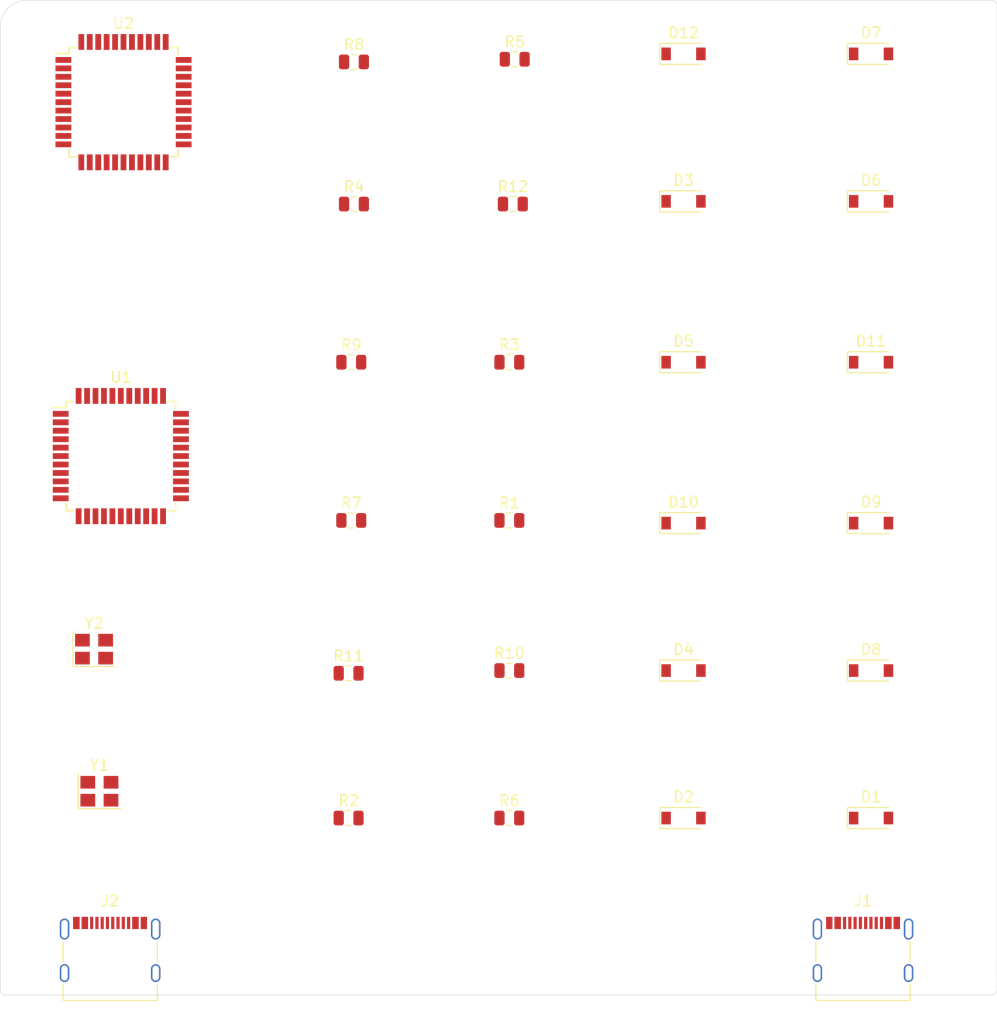
<source format=kicad_pcb>
(kicad_pcb (version 20171130) (host pcbnew "(5.1.4)-1")

  (general
    (thickness 1.6)
    (drawings 9)
    (tracks 0)
    (zones 0)
    (modules 30)
    (nets 163)
  )

  (page A4)
  (layers
    (0 F.Cu signal)
    (31 B.Cu signal)
    (32 B.Adhes user)
    (33 F.Adhes user)
    (34 B.Paste user)
    (35 F.Paste user)
    (36 B.SilkS user)
    (37 F.SilkS user)
    (38 B.Mask user)
    (39 F.Mask user)
    (40 Dwgs.User user)
    (41 Cmts.User user)
    (42 Eco1.User user)
    (43 Eco2.User user)
    (44 Edge.Cuts user)
    (45 Margin user)
    (46 B.CrtYd user)
    (47 F.CrtYd user)
    (48 B.Fab user)
    (49 F.Fab user)
  )

  (setup
    (last_trace_width 0.25)
    (trace_clearance 0.2)
    (zone_clearance 0.508)
    (zone_45_only no)
    (trace_min 0.2)
    (via_size 0.8)
    (via_drill 0.4)
    (via_min_size 0.4)
    (via_min_drill 0.3)
    (uvia_size 0.3)
    (uvia_drill 0.1)
    (uvias_allowed no)
    (uvia_min_size 0.2)
    (uvia_min_drill 0.1)
    (edge_width 0.05)
    (segment_width 0.2)
    (pcb_text_width 0.3)
    (pcb_text_size 1.5 1.5)
    (mod_edge_width 0.12)
    (mod_text_size 1 1)
    (mod_text_width 0.15)
    (pad_size 1.524 1.524)
    (pad_drill 0.762)
    (pad_to_mask_clearance 0.051)
    (solder_mask_min_width 0.25)
    (aux_axis_origin 0 0)
    (visible_elements 7FFFFFFF)
    (pcbplotparams
      (layerselection 0x010fc_ffffffff)
      (usegerberextensions false)
      (usegerberattributes false)
      (usegerberadvancedattributes false)
      (creategerberjobfile false)
      (excludeedgelayer true)
      (linewidth 0.100000)
      (plotframeref false)
      (viasonmask false)
      (mode 1)
      (useauxorigin false)
      (hpglpennumber 1)
      (hpglpenspeed 20)
      (hpglpendiameter 15.000000)
      (psnegative false)
      (psa4output false)
      (plotreference true)
      (plotvalue true)
      (plotinvisibletext false)
      (padsonsilk false)
      (subtractmaskfromsilk false)
      (outputformat 1)
      (mirror false)
      (drillshape 1)
      (scaleselection 1)
      (outputdirectory ""))
  )

  (net 0 "")
  (net 1 "Net-(D1-Pad2)")
  (net 2 "Net-(D1-Pad1)")
  (net 3 "Net-(D2-Pad2)")
  (net 4 "Net-(D2-Pad1)")
  (net 5 "Net-(D3-Pad2)")
  (net 6 "Net-(D3-Pad1)")
  (net 7 "Net-(D4-Pad2)")
  (net 8 "Net-(D4-Pad1)")
  (net 9 "Net-(D5-Pad2)")
  (net 10 "Net-(D5-Pad1)")
  (net 11 "Net-(D6-Pad2)")
  (net 12 "Net-(D6-Pad1)")
  (net 13 "Net-(D7-Pad2)")
  (net 14 "Net-(D7-Pad1)")
  (net 15 "Net-(D8-Pad2)")
  (net 16 "Net-(D8-Pad1)")
  (net 17 "Net-(D9-Pad2)")
  (net 18 "Net-(D9-Pad1)")
  (net 19 "Net-(D10-Pad2)")
  (net 20 "Net-(D10-Pad1)")
  (net 21 "Net-(D11-Pad2)")
  (net 22 "Net-(D11-Pad1)")
  (net 23 "Net-(D12-Pad2)")
  (net 24 "Net-(D12-Pad1)")
  (net 25 "Net-(J1-PadA1)")
  (net 26 "Net-(J1-PadA4)")
  (net 27 "Net-(J1-PadB5)")
  (net 28 "Net-(J1-PadB6)")
  (net 29 "Net-(J1-PadA8)")
  (net 30 "Net-(J1-PadA5)")
  (net 31 "Net-(J1-PadB8)")
  (net 32 "Net-(J1-PadA7)")
  (net 33 "Net-(J1-PadA6)")
  (net 34 "Net-(J1-PadB7)")
  (net 35 "Net-(J1-PadS1)")
  (net 36 "Net-(J2-PadA1)")
  (net 37 "Net-(J2-PadA4)")
  (net 38 "Net-(J2-PadB5)")
  (net 39 "Net-(J2-PadB6)")
  (net 40 "Net-(J2-PadA8)")
  (net 41 "Net-(J2-PadA5)")
  (net 42 "Net-(J2-PadB8)")
  (net 43 "Net-(J2-PadA7)")
  (net 44 "Net-(J2-PadA6)")
  (net 45 "Net-(J2-PadB7)")
  (net 46 "Net-(J2-PadS1)")
  (net 47 "Net-(R1-Pad2)")
  (net 48 "Net-(R1-Pad1)")
  (net 49 "Net-(R2-Pad2)")
  (net 50 "Net-(R2-Pad1)")
  (net 51 "Net-(R3-Pad2)")
  (net 52 "Net-(R3-Pad1)")
  (net 53 "Net-(R4-Pad2)")
  (net 54 "Net-(R4-Pad1)")
  (net 55 "Net-(R5-Pad2)")
  (net 56 "Net-(R5-Pad1)")
  (net 57 "Net-(R6-Pad2)")
  (net 58 "Net-(R6-Pad1)")
  (net 59 "Net-(R7-Pad2)")
  (net 60 "Net-(R7-Pad1)")
  (net 61 "Net-(R8-Pad2)")
  (net 62 "Net-(R8-Pad1)")
  (net 63 "Net-(R9-Pad2)")
  (net 64 "Net-(R9-Pad1)")
  (net 65 "Net-(R10-Pad2)")
  (net 66 "Net-(R10-Pad1)")
  (net 67 "Net-(R11-Pad2)")
  (net 68 "Net-(R11-Pad1)")
  (net 69 "Net-(R12-Pad2)")
  (net 70 "Net-(R12-Pad1)")
  (net 71 "Net-(U1-Pad44)")
  (net 72 "Net-(U1-Pad43)")
  (net 73 "Net-(U1-Pad42)")
  (net 74 "Net-(U1-Pad41)")
  (net 75 "Net-(U1-Pad40)")
  (net 76 "Net-(U1-Pad39)")
  (net 77 "Net-(U1-Pad38)")
  (net 78 "Net-(U1-Pad37)")
  (net 79 "Net-(U1-Pad36)")
  (net 80 "Net-(U1-Pad35)")
  (net 81 "Net-(U1-Pad34)")
  (net 82 "Net-(U1-Pad33)")
  (net 83 "Net-(U1-Pad32)")
  (net 84 "Net-(U1-Pad31)")
  (net 85 "Net-(U1-Pad30)")
  (net 86 "Net-(U1-Pad29)")
  (net 87 "Net-(U1-Pad28)")
  (net 88 "Net-(U1-Pad27)")
  (net 89 "Net-(U1-Pad26)")
  (net 90 "Net-(U1-Pad25)")
  (net 91 "Net-(U1-Pad24)")
  (net 92 "Net-(U1-Pad23)")
  (net 93 "Net-(U1-Pad22)")
  (net 94 "Net-(U1-Pad21)")
  (net 95 "Net-(U1-Pad20)")
  (net 96 "Net-(U1-Pad19)")
  (net 97 "Net-(U1-Pad18)")
  (net 98 "Net-(U1-Pad17)")
  (net 99 "Net-(U1-Pad16)")
  (net 100 "Net-(U1-Pad15)")
  (net 101 "Net-(U1-Pad14)")
  (net 102 "Net-(U1-Pad13)")
  (net 103 "Net-(U1-Pad12)")
  (net 104 "Net-(U1-Pad11)")
  (net 105 "Net-(U1-Pad10)")
  (net 106 "Net-(U1-Pad9)")
  (net 107 "Net-(U1-Pad8)")
  (net 108 "Net-(U1-Pad5)")
  (net 109 "Net-(U1-Pad4)")
  (net 110 "Net-(U1-Pad3)")
  (net 111 "Net-(U1-Pad2)")
  (net 112 "Net-(U1-Pad1)")
  (net 113 "Net-(U2-Pad44)")
  (net 114 "Net-(U2-Pad43)")
  (net 115 "Net-(U2-Pad42)")
  (net 116 "Net-(U2-Pad41)")
  (net 117 "Net-(U2-Pad40)")
  (net 118 "Net-(U2-Pad39)")
  (net 119 "Net-(U2-Pad38)")
  (net 120 "Net-(U2-Pad37)")
  (net 121 "Net-(U2-Pad36)")
  (net 122 "Net-(U2-Pad35)")
  (net 123 "Net-(U2-Pad34)")
  (net 124 "Net-(U2-Pad33)")
  (net 125 "Net-(U2-Pad32)")
  (net 126 "Net-(U2-Pad31)")
  (net 127 "Net-(U2-Pad30)")
  (net 128 "Net-(U2-Pad29)")
  (net 129 "Net-(U2-Pad28)")
  (net 130 "Net-(U2-Pad27)")
  (net 131 "Net-(U2-Pad26)")
  (net 132 "Net-(U2-Pad25)")
  (net 133 "Net-(U2-Pad24)")
  (net 134 "Net-(U2-Pad23)")
  (net 135 "Net-(U2-Pad22)")
  (net 136 "Net-(U2-Pad21)")
  (net 137 "Net-(U2-Pad20)")
  (net 138 "Net-(U2-Pad19)")
  (net 139 "Net-(U2-Pad18)")
  (net 140 "Net-(U2-Pad17)")
  (net 141 "Net-(U2-Pad16)")
  (net 142 "Net-(U2-Pad15)")
  (net 143 "Net-(U2-Pad14)")
  (net 144 "Net-(U2-Pad13)")
  (net 145 "Net-(U2-Pad12)")
  (net 146 "Net-(U2-Pad11)")
  (net 147 "Net-(U2-Pad10)")
  (net 148 "Net-(U2-Pad9)")
  (net 149 "Net-(U2-Pad8)")
  (net 150 "Net-(U2-Pad5)")
  (net 151 "Net-(U2-Pad4)")
  (net 152 "Net-(U2-Pad3)")
  (net 153 "Net-(U2-Pad2)")
  (net 154 "Net-(U2-Pad1)")
  (net 155 "Net-(Y1-Pad4)")
  (net 156 "Net-(Y1-Pad3)")
  (net 157 "Net-(Y1-Pad2)")
  (net 158 "Net-(Y1-Pad1)")
  (net 159 "Net-(Y2-Pad4)")
  (net 160 "Net-(Y2-Pad3)")
  (net 161 "Net-(Y2-Pad2)")
  (net 162 "Net-(Y2-Pad1)")

  (net_class Default "This is the default net class."
    (clearance 0.2)
    (trace_width 0.25)
    (via_dia 0.8)
    (via_drill 0.4)
    (uvia_dia 0.3)
    (uvia_drill 0.1)
    (add_net "Net-(D1-Pad1)")
    (add_net "Net-(D1-Pad2)")
    (add_net "Net-(D10-Pad1)")
    (add_net "Net-(D10-Pad2)")
    (add_net "Net-(D11-Pad1)")
    (add_net "Net-(D11-Pad2)")
    (add_net "Net-(D12-Pad1)")
    (add_net "Net-(D12-Pad2)")
    (add_net "Net-(D2-Pad1)")
    (add_net "Net-(D2-Pad2)")
    (add_net "Net-(D3-Pad1)")
    (add_net "Net-(D3-Pad2)")
    (add_net "Net-(D4-Pad1)")
    (add_net "Net-(D4-Pad2)")
    (add_net "Net-(D5-Pad1)")
    (add_net "Net-(D5-Pad2)")
    (add_net "Net-(D6-Pad1)")
    (add_net "Net-(D6-Pad2)")
    (add_net "Net-(D7-Pad1)")
    (add_net "Net-(D7-Pad2)")
    (add_net "Net-(D8-Pad1)")
    (add_net "Net-(D8-Pad2)")
    (add_net "Net-(D9-Pad1)")
    (add_net "Net-(D9-Pad2)")
    (add_net "Net-(J1-PadA1)")
    (add_net "Net-(J1-PadA4)")
    (add_net "Net-(J1-PadA5)")
    (add_net "Net-(J1-PadA6)")
    (add_net "Net-(J1-PadA7)")
    (add_net "Net-(J1-PadA8)")
    (add_net "Net-(J1-PadB5)")
    (add_net "Net-(J1-PadB6)")
    (add_net "Net-(J1-PadB7)")
    (add_net "Net-(J1-PadB8)")
    (add_net "Net-(J1-PadS1)")
    (add_net "Net-(J2-PadA1)")
    (add_net "Net-(J2-PadA4)")
    (add_net "Net-(J2-PadA5)")
    (add_net "Net-(J2-PadA6)")
    (add_net "Net-(J2-PadA7)")
    (add_net "Net-(J2-PadA8)")
    (add_net "Net-(J2-PadB5)")
    (add_net "Net-(J2-PadB6)")
    (add_net "Net-(J2-PadB7)")
    (add_net "Net-(J2-PadB8)")
    (add_net "Net-(J2-PadS1)")
    (add_net "Net-(R1-Pad1)")
    (add_net "Net-(R1-Pad2)")
    (add_net "Net-(R10-Pad1)")
    (add_net "Net-(R10-Pad2)")
    (add_net "Net-(R11-Pad1)")
    (add_net "Net-(R11-Pad2)")
    (add_net "Net-(R12-Pad1)")
    (add_net "Net-(R12-Pad2)")
    (add_net "Net-(R2-Pad1)")
    (add_net "Net-(R2-Pad2)")
    (add_net "Net-(R3-Pad1)")
    (add_net "Net-(R3-Pad2)")
    (add_net "Net-(R4-Pad1)")
    (add_net "Net-(R4-Pad2)")
    (add_net "Net-(R5-Pad1)")
    (add_net "Net-(R5-Pad2)")
    (add_net "Net-(R6-Pad1)")
    (add_net "Net-(R6-Pad2)")
    (add_net "Net-(R7-Pad1)")
    (add_net "Net-(R7-Pad2)")
    (add_net "Net-(R8-Pad1)")
    (add_net "Net-(R8-Pad2)")
    (add_net "Net-(R9-Pad1)")
    (add_net "Net-(R9-Pad2)")
    (add_net "Net-(U1-Pad1)")
    (add_net "Net-(U1-Pad10)")
    (add_net "Net-(U1-Pad11)")
    (add_net "Net-(U1-Pad12)")
    (add_net "Net-(U1-Pad13)")
    (add_net "Net-(U1-Pad14)")
    (add_net "Net-(U1-Pad15)")
    (add_net "Net-(U1-Pad16)")
    (add_net "Net-(U1-Pad17)")
    (add_net "Net-(U1-Pad18)")
    (add_net "Net-(U1-Pad19)")
    (add_net "Net-(U1-Pad2)")
    (add_net "Net-(U1-Pad20)")
    (add_net "Net-(U1-Pad21)")
    (add_net "Net-(U1-Pad22)")
    (add_net "Net-(U1-Pad23)")
    (add_net "Net-(U1-Pad24)")
    (add_net "Net-(U1-Pad25)")
    (add_net "Net-(U1-Pad26)")
    (add_net "Net-(U1-Pad27)")
    (add_net "Net-(U1-Pad28)")
    (add_net "Net-(U1-Pad29)")
    (add_net "Net-(U1-Pad3)")
    (add_net "Net-(U1-Pad30)")
    (add_net "Net-(U1-Pad31)")
    (add_net "Net-(U1-Pad32)")
    (add_net "Net-(U1-Pad33)")
    (add_net "Net-(U1-Pad34)")
    (add_net "Net-(U1-Pad35)")
    (add_net "Net-(U1-Pad36)")
    (add_net "Net-(U1-Pad37)")
    (add_net "Net-(U1-Pad38)")
    (add_net "Net-(U1-Pad39)")
    (add_net "Net-(U1-Pad4)")
    (add_net "Net-(U1-Pad40)")
    (add_net "Net-(U1-Pad41)")
    (add_net "Net-(U1-Pad42)")
    (add_net "Net-(U1-Pad43)")
    (add_net "Net-(U1-Pad44)")
    (add_net "Net-(U1-Pad5)")
    (add_net "Net-(U1-Pad8)")
    (add_net "Net-(U1-Pad9)")
    (add_net "Net-(U2-Pad1)")
    (add_net "Net-(U2-Pad10)")
    (add_net "Net-(U2-Pad11)")
    (add_net "Net-(U2-Pad12)")
    (add_net "Net-(U2-Pad13)")
    (add_net "Net-(U2-Pad14)")
    (add_net "Net-(U2-Pad15)")
    (add_net "Net-(U2-Pad16)")
    (add_net "Net-(U2-Pad17)")
    (add_net "Net-(U2-Pad18)")
    (add_net "Net-(U2-Pad19)")
    (add_net "Net-(U2-Pad2)")
    (add_net "Net-(U2-Pad20)")
    (add_net "Net-(U2-Pad21)")
    (add_net "Net-(U2-Pad22)")
    (add_net "Net-(U2-Pad23)")
    (add_net "Net-(U2-Pad24)")
    (add_net "Net-(U2-Pad25)")
    (add_net "Net-(U2-Pad26)")
    (add_net "Net-(U2-Pad27)")
    (add_net "Net-(U2-Pad28)")
    (add_net "Net-(U2-Pad29)")
    (add_net "Net-(U2-Pad3)")
    (add_net "Net-(U2-Pad30)")
    (add_net "Net-(U2-Pad31)")
    (add_net "Net-(U2-Pad32)")
    (add_net "Net-(U2-Pad33)")
    (add_net "Net-(U2-Pad34)")
    (add_net "Net-(U2-Pad35)")
    (add_net "Net-(U2-Pad36)")
    (add_net "Net-(U2-Pad37)")
    (add_net "Net-(U2-Pad38)")
    (add_net "Net-(U2-Pad39)")
    (add_net "Net-(U2-Pad4)")
    (add_net "Net-(U2-Pad40)")
    (add_net "Net-(U2-Pad41)")
    (add_net "Net-(U2-Pad42)")
    (add_net "Net-(U2-Pad43)")
    (add_net "Net-(U2-Pad44)")
    (add_net "Net-(U2-Pad5)")
    (add_net "Net-(U2-Pad8)")
    (add_net "Net-(U2-Pad9)")
    (add_net "Net-(Y1-Pad1)")
    (add_net "Net-(Y1-Pad2)")
    (add_net "Net-(Y1-Pad3)")
    (add_net "Net-(Y1-Pad4)")
    (add_net "Net-(Y2-Pad1)")
    (add_net "Net-(Y2-Pad2)")
    (add_net "Net-(Y2-Pad3)")
    (add_net "Net-(Y2-Pad4)")
  )

  (module Diode_SMD:D_SOD-123 (layer F.Cu) (tedit 58645DC7) (tstamp 63A71971)
    (at 125.73 53.34)
    (descr SOD-123)
    (tags SOD-123)
    (path /63A79AF2)
    (attr smd)
    (fp_text reference D12 (at 0 -2) (layer F.SilkS)
      (effects (font (size 1 1) (thickness 0.15)))
    )
    (fp_text value D_Small (at 0 2.1) (layer F.Fab)
      (effects (font (size 1 1) (thickness 0.15)))
    )
    (fp_line (start -2.25 -1) (end 1.65 -1) (layer F.SilkS) (width 0.12))
    (fp_line (start -2.25 1) (end 1.65 1) (layer F.SilkS) (width 0.12))
    (fp_line (start -2.35 -1.15) (end -2.35 1.15) (layer F.CrtYd) (width 0.05))
    (fp_line (start 2.35 1.15) (end -2.35 1.15) (layer F.CrtYd) (width 0.05))
    (fp_line (start 2.35 -1.15) (end 2.35 1.15) (layer F.CrtYd) (width 0.05))
    (fp_line (start -2.35 -1.15) (end 2.35 -1.15) (layer F.CrtYd) (width 0.05))
    (fp_line (start -1.4 -0.9) (end 1.4 -0.9) (layer F.Fab) (width 0.1))
    (fp_line (start 1.4 -0.9) (end 1.4 0.9) (layer F.Fab) (width 0.1))
    (fp_line (start 1.4 0.9) (end -1.4 0.9) (layer F.Fab) (width 0.1))
    (fp_line (start -1.4 0.9) (end -1.4 -0.9) (layer F.Fab) (width 0.1))
    (fp_line (start -0.75 0) (end -0.35 0) (layer F.Fab) (width 0.1))
    (fp_line (start -0.35 0) (end -0.35 -0.55) (layer F.Fab) (width 0.1))
    (fp_line (start -0.35 0) (end -0.35 0.55) (layer F.Fab) (width 0.1))
    (fp_line (start -0.35 0) (end 0.25 -0.4) (layer F.Fab) (width 0.1))
    (fp_line (start 0.25 -0.4) (end 0.25 0.4) (layer F.Fab) (width 0.1))
    (fp_line (start 0.25 0.4) (end -0.35 0) (layer F.Fab) (width 0.1))
    (fp_line (start 0.25 0) (end 0.75 0) (layer F.Fab) (width 0.1))
    (fp_line (start -2.25 -1) (end -2.25 1) (layer F.SilkS) (width 0.12))
    (fp_text user %R (at 0 -2) (layer F.Fab)
      (effects (font (size 1 1) (thickness 0.15)))
    )
    (pad 2 smd rect (at 1.65 0) (size 0.9 1.2) (layers F.Cu F.Paste F.Mask)
      (net 23 "Net-(D12-Pad2)"))
    (pad 1 smd rect (at -1.65 0) (size 0.9 1.2) (layers F.Cu F.Paste F.Mask)
      (net 24 "Net-(D12-Pad1)"))
    (model ${KISYS3DMOD}/Diode_SMD.3dshapes/D_SOD-123.wrl
      (at (xyz 0 0 0))
      (scale (xyz 1 1 1))
      (rotate (xyz 0 0 0))
    )
  )

  (module Diode_SMD:D_SOD-123 (layer F.Cu) (tedit 58645DC7) (tstamp 63A7195E)
    (at 143.51 82.55)
    (descr SOD-123)
    (tags SOD-123)
    (path /63A79989)
    (attr smd)
    (fp_text reference D11 (at 0 -2) (layer F.SilkS)
      (effects (font (size 1 1) (thickness 0.15)))
    )
    (fp_text value D_Small (at 0 2.1) (layer F.Fab)
      (effects (font (size 1 1) (thickness 0.15)))
    )
    (fp_line (start -2.25 -1) (end 1.65 -1) (layer F.SilkS) (width 0.12))
    (fp_line (start -2.25 1) (end 1.65 1) (layer F.SilkS) (width 0.12))
    (fp_line (start -2.35 -1.15) (end -2.35 1.15) (layer F.CrtYd) (width 0.05))
    (fp_line (start 2.35 1.15) (end -2.35 1.15) (layer F.CrtYd) (width 0.05))
    (fp_line (start 2.35 -1.15) (end 2.35 1.15) (layer F.CrtYd) (width 0.05))
    (fp_line (start -2.35 -1.15) (end 2.35 -1.15) (layer F.CrtYd) (width 0.05))
    (fp_line (start -1.4 -0.9) (end 1.4 -0.9) (layer F.Fab) (width 0.1))
    (fp_line (start 1.4 -0.9) (end 1.4 0.9) (layer F.Fab) (width 0.1))
    (fp_line (start 1.4 0.9) (end -1.4 0.9) (layer F.Fab) (width 0.1))
    (fp_line (start -1.4 0.9) (end -1.4 -0.9) (layer F.Fab) (width 0.1))
    (fp_line (start -0.75 0) (end -0.35 0) (layer F.Fab) (width 0.1))
    (fp_line (start -0.35 0) (end -0.35 -0.55) (layer F.Fab) (width 0.1))
    (fp_line (start -0.35 0) (end -0.35 0.55) (layer F.Fab) (width 0.1))
    (fp_line (start -0.35 0) (end 0.25 -0.4) (layer F.Fab) (width 0.1))
    (fp_line (start 0.25 -0.4) (end 0.25 0.4) (layer F.Fab) (width 0.1))
    (fp_line (start 0.25 0.4) (end -0.35 0) (layer F.Fab) (width 0.1))
    (fp_line (start 0.25 0) (end 0.75 0) (layer F.Fab) (width 0.1))
    (fp_line (start -2.25 -1) (end -2.25 1) (layer F.SilkS) (width 0.12))
    (fp_text user %R (at 0 -2) (layer F.Fab)
      (effects (font (size 1 1) (thickness 0.15)))
    )
    (pad 2 smd rect (at 1.65 0) (size 0.9 1.2) (layers F.Cu F.Paste F.Mask)
      (net 21 "Net-(D11-Pad2)"))
    (pad 1 smd rect (at -1.65 0) (size 0.9 1.2) (layers F.Cu F.Paste F.Mask)
      (net 22 "Net-(D11-Pad1)"))
    (model ${KISYS3DMOD}/Diode_SMD.3dshapes/D_SOD-123.wrl
      (at (xyz 0 0 0))
      (scale (xyz 1 1 1))
      (rotate (xyz 0 0 0))
    )
  )

  (module Diode_SMD:D_SOD-123 (layer F.Cu) (tedit 58645DC7) (tstamp 63A7194B)
    (at 125.73 97.79)
    (descr SOD-123)
    (tags SOD-123)
    (path /63A78BEC)
    (attr smd)
    (fp_text reference D10 (at 0 -2) (layer F.SilkS)
      (effects (font (size 1 1) (thickness 0.15)))
    )
    (fp_text value D_Small (at 0 2.1) (layer F.Fab)
      (effects (font (size 1 1) (thickness 0.15)))
    )
    (fp_line (start -2.25 -1) (end 1.65 -1) (layer F.SilkS) (width 0.12))
    (fp_line (start -2.25 1) (end 1.65 1) (layer F.SilkS) (width 0.12))
    (fp_line (start -2.35 -1.15) (end -2.35 1.15) (layer F.CrtYd) (width 0.05))
    (fp_line (start 2.35 1.15) (end -2.35 1.15) (layer F.CrtYd) (width 0.05))
    (fp_line (start 2.35 -1.15) (end 2.35 1.15) (layer F.CrtYd) (width 0.05))
    (fp_line (start -2.35 -1.15) (end 2.35 -1.15) (layer F.CrtYd) (width 0.05))
    (fp_line (start -1.4 -0.9) (end 1.4 -0.9) (layer F.Fab) (width 0.1))
    (fp_line (start 1.4 -0.9) (end 1.4 0.9) (layer F.Fab) (width 0.1))
    (fp_line (start 1.4 0.9) (end -1.4 0.9) (layer F.Fab) (width 0.1))
    (fp_line (start -1.4 0.9) (end -1.4 -0.9) (layer F.Fab) (width 0.1))
    (fp_line (start -0.75 0) (end -0.35 0) (layer F.Fab) (width 0.1))
    (fp_line (start -0.35 0) (end -0.35 -0.55) (layer F.Fab) (width 0.1))
    (fp_line (start -0.35 0) (end -0.35 0.55) (layer F.Fab) (width 0.1))
    (fp_line (start -0.35 0) (end 0.25 -0.4) (layer F.Fab) (width 0.1))
    (fp_line (start 0.25 -0.4) (end 0.25 0.4) (layer F.Fab) (width 0.1))
    (fp_line (start 0.25 0.4) (end -0.35 0) (layer F.Fab) (width 0.1))
    (fp_line (start 0.25 0) (end 0.75 0) (layer F.Fab) (width 0.1))
    (fp_line (start -2.25 -1) (end -2.25 1) (layer F.SilkS) (width 0.12))
    (fp_text user %R (at 0 -2) (layer F.Fab)
      (effects (font (size 1 1) (thickness 0.15)))
    )
    (pad 2 smd rect (at 1.65 0) (size 0.9 1.2) (layers F.Cu F.Paste F.Mask)
      (net 19 "Net-(D10-Pad2)"))
    (pad 1 smd rect (at -1.65 0) (size 0.9 1.2) (layers F.Cu F.Paste F.Mask)
      (net 20 "Net-(D10-Pad1)"))
    (model ${KISYS3DMOD}/Diode_SMD.3dshapes/D_SOD-123.wrl
      (at (xyz 0 0 0))
      (scale (xyz 1 1 1))
      (rotate (xyz 0 0 0))
    )
  )

  (module Diode_SMD:D_SOD-123 (layer F.Cu) (tedit 58645DC7) (tstamp 63A71938)
    (at 143.51 97.79)
    (descr SOD-123)
    (tags SOD-123)
    (path /63A78894)
    (attr smd)
    (fp_text reference D9 (at 0 -2) (layer F.SilkS)
      (effects (font (size 1 1) (thickness 0.15)))
    )
    (fp_text value D_Small (at 0 2.1) (layer F.Fab)
      (effects (font (size 1 1) (thickness 0.15)))
    )
    (fp_line (start -2.25 -1) (end 1.65 -1) (layer F.SilkS) (width 0.12))
    (fp_line (start -2.25 1) (end 1.65 1) (layer F.SilkS) (width 0.12))
    (fp_line (start -2.35 -1.15) (end -2.35 1.15) (layer F.CrtYd) (width 0.05))
    (fp_line (start 2.35 1.15) (end -2.35 1.15) (layer F.CrtYd) (width 0.05))
    (fp_line (start 2.35 -1.15) (end 2.35 1.15) (layer F.CrtYd) (width 0.05))
    (fp_line (start -2.35 -1.15) (end 2.35 -1.15) (layer F.CrtYd) (width 0.05))
    (fp_line (start -1.4 -0.9) (end 1.4 -0.9) (layer F.Fab) (width 0.1))
    (fp_line (start 1.4 -0.9) (end 1.4 0.9) (layer F.Fab) (width 0.1))
    (fp_line (start 1.4 0.9) (end -1.4 0.9) (layer F.Fab) (width 0.1))
    (fp_line (start -1.4 0.9) (end -1.4 -0.9) (layer F.Fab) (width 0.1))
    (fp_line (start -0.75 0) (end -0.35 0) (layer F.Fab) (width 0.1))
    (fp_line (start -0.35 0) (end -0.35 -0.55) (layer F.Fab) (width 0.1))
    (fp_line (start -0.35 0) (end -0.35 0.55) (layer F.Fab) (width 0.1))
    (fp_line (start -0.35 0) (end 0.25 -0.4) (layer F.Fab) (width 0.1))
    (fp_line (start 0.25 -0.4) (end 0.25 0.4) (layer F.Fab) (width 0.1))
    (fp_line (start 0.25 0.4) (end -0.35 0) (layer F.Fab) (width 0.1))
    (fp_line (start 0.25 0) (end 0.75 0) (layer F.Fab) (width 0.1))
    (fp_line (start -2.25 -1) (end -2.25 1) (layer F.SilkS) (width 0.12))
    (fp_text user %R (at 0 -2) (layer F.Fab)
      (effects (font (size 1 1) (thickness 0.15)))
    )
    (pad 2 smd rect (at 1.65 0) (size 0.9 1.2) (layers F.Cu F.Paste F.Mask)
      (net 17 "Net-(D9-Pad2)"))
    (pad 1 smd rect (at -1.65 0) (size 0.9 1.2) (layers F.Cu F.Paste F.Mask)
      (net 18 "Net-(D9-Pad1)"))
    (model ${KISYS3DMOD}/Diode_SMD.3dshapes/D_SOD-123.wrl
      (at (xyz 0 0 0))
      (scale (xyz 1 1 1))
      (rotate (xyz 0 0 0))
    )
  )

  (module Diode_SMD:D_SOD-123 (layer F.Cu) (tedit 58645DC7) (tstamp 63A71925)
    (at 143.51 111.76)
    (descr SOD-123)
    (tags SOD-123)
    (path /63A79DD2)
    (attr smd)
    (fp_text reference D8 (at 0 -2) (layer F.SilkS)
      (effects (font (size 1 1) (thickness 0.15)))
    )
    (fp_text value D_Small (at 0 2.1) (layer F.Fab)
      (effects (font (size 1 1) (thickness 0.15)))
    )
    (fp_line (start -2.25 -1) (end 1.65 -1) (layer F.SilkS) (width 0.12))
    (fp_line (start -2.25 1) (end 1.65 1) (layer F.SilkS) (width 0.12))
    (fp_line (start -2.35 -1.15) (end -2.35 1.15) (layer F.CrtYd) (width 0.05))
    (fp_line (start 2.35 1.15) (end -2.35 1.15) (layer F.CrtYd) (width 0.05))
    (fp_line (start 2.35 -1.15) (end 2.35 1.15) (layer F.CrtYd) (width 0.05))
    (fp_line (start -2.35 -1.15) (end 2.35 -1.15) (layer F.CrtYd) (width 0.05))
    (fp_line (start -1.4 -0.9) (end 1.4 -0.9) (layer F.Fab) (width 0.1))
    (fp_line (start 1.4 -0.9) (end 1.4 0.9) (layer F.Fab) (width 0.1))
    (fp_line (start 1.4 0.9) (end -1.4 0.9) (layer F.Fab) (width 0.1))
    (fp_line (start -1.4 0.9) (end -1.4 -0.9) (layer F.Fab) (width 0.1))
    (fp_line (start -0.75 0) (end -0.35 0) (layer F.Fab) (width 0.1))
    (fp_line (start -0.35 0) (end -0.35 -0.55) (layer F.Fab) (width 0.1))
    (fp_line (start -0.35 0) (end -0.35 0.55) (layer F.Fab) (width 0.1))
    (fp_line (start -0.35 0) (end 0.25 -0.4) (layer F.Fab) (width 0.1))
    (fp_line (start 0.25 -0.4) (end 0.25 0.4) (layer F.Fab) (width 0.1))
    (fp_line (start 0.25 0.4) (end -0.35 0) (layer F.Fab) (width 0.1))
    (fp_line (start 0.25 0) (end 0.75 0) (layer F.Fab) (width 0.1))
    (fp_line (start -2.25 -1) (end -2.25 1) (layer F.SilkS) (width 0.12))
    (fp_text user %R (at 0 -2) (layer F.Fab)
      (effects (font (size 1 1) (thickness 0.15)))
    )
    (pad 2 smd rect (at 1.65 0) (size 0.9 1.2) (layers F.Cu F.Paste F.Mask)
      (net 15 "Net-(D8-Pad2)"))
    (pad 1 smd rect (at -1.65 0) (size 0.9 1.2) (layers F.Cu F.Paste F.Mask)
      (net 16 "Net-(D8-Pad1)"))
    (model ${KISYS3DMOD}/Diode_SMD.3dshapes/D_SOD-123.wrl
      (at (xyz 0 0 0))
      (scale (xyz 1 1 1))
      (rotate (xyz 0 0 0))
    )
  )

  (module Diode_SMD:D_SOD-123 (layer F.Cu) (tedit 58645DC7) (tstamp 63A71912)
    (at 143.51 53.34)
    (descr SOD-123)
    (tags SOD-123)
    (path /63A79807)
    (attr smd)
    (fp_text reference D7 (at 0 -2) (layer F.SilkS)
      (effects (font (size 1 1) (thickness 0.15)))
    )
    (fp_text value D_Small (at 0 2.1) (layer F.Fab)
      (effects (font (size 1 1) (thickness 0.15)))
    )
    (fp_line (start -2.25 -1) (end 1.65 -1) (layer F.SilkS) (width 0.12))
    (fp_line (start -2.25 1) (end 1.65 1) (layer F.SilkS) (width 0.12))
    (fp_line (start -2.35 -1.15) (end -2.35 1.15) (layer F.CrtYd) (width 0.05))
    (fp_line (start 2.35 1.15) (end -2.35 1.15) (layer F.CrtYd) (width 0.05))
    (fp_line (start 2.35 -1.15) (end 2.35 1.15) (layer F.CrtYd) (width 0.05))
    (fp_line (start -2.35 -1.15) (end 2.35 -1.15) (layer F.CrtYd) (width 0.05))
    (fp_line (start -1.4 -0.9) (end 1.4 -0.9) (layer F.Fab) (width 0.1))
    (fp_line (start 1.4 -0.9) (end 1.4 0.9) (layer F.Fab) (width 0.1))
    (fp_line (start 1.4 0.9) (end -1.4 0.9) (layer F.Fab) (width 0.1))
    (fp_line (start -1.4 0.9) (end -1.4 -0.9) (layer F.Fab) (width 0.1))
    (fp_line (start -0.75 0) (end -0.35 0) (layer F.Fab) (width 0.1))
    (fp_line (start -0.35 0) (end -0.35 -0.55) (layer F.Fab) (width 0.1))
    (fp_line (start -0.35 0) (end -0.35 0.55) (layer F.Fab) (width 0.1))
    (fp_line (start -0.35 0) (end 0.25 -0.4) (layer F.Fab) (width 0.1))
    (fp_line (start 0.25 -0.4) (end 0.25 0.4) (layer F.Fab) (width 0.1))
    (fp_line (start 0.25 0.4) (end -0.35 0) (layer F.Fab) (width 0.1))
    (fp_line (start 0.25 0) (end 0.75 0) (layer F.Fab) (width 0.1))
    (fp_line (start -2.25 -1) (end -2.25 1) (layer F.SilkS) (width 0.12))
    (fp_text user %R (at 0 -2) (layer F.Fab)
      (effects (font (size 1 1) (thickness 0.15)))
    )
    (pad 2 smd rect (at 1.65 0) (size 0.9 1.2) (layers F.Cu F.Paste F.Mask)
      (net 13 "Net-(D7-Pad2)"))
    (pad 1 smd rect (at -1.65 0) (size 0.9 1.2) (layers F.Cu F.Paste F.Mask)
      (net 14 "Net-(D7-Pad1)"))
    (model ${KISYS3DMOD}/Diode_SMD.3dshapes/D_SOD-123.wrl
      (at (xyz 0 0 0))
      (scale (xyz 1 1 1))
      (rotate (xyz 0 0 0))
    )
  )

  (module Diode_SMD:D_SOD-123 (layer F.Cu) (tedit 58645DC7) (tstamp 63A718FF)
    (at 143.51 67.31)
    (descr SOD-123)
    (tags SOD-123)
    (path /63A78FF3)
    (attr smd)
    (fp_text reference D6 (at 0 -2) (layer F.SilkS)
      (effects (font (size 1 1) (thickness 0.15)))
    )
    (fp_text value D_Small (at 0 2.1) (layer F.Fab)
      (effects (font (size 1 1) (thickness 0.15)))
    )
    (fp_line (start -2.25 -1) (end 1.65 -1) (layer F.SilkS) (width 0.12))
    (fp_line (start -2.25 1) (end 1.65 1) (layer F.SilkS) (width 0.12))
    (fp_line (start -2.35 -1.15) (end -2.35 1.15) (layer F.CrtYd) (width 0.05))
    (fp_line (start 2.35 1.15) (end -2.35 1.15) (layer F.CrtYd) (width 0.05))
    (fp_line (start 2.35 -1.15) (end 2.35 1.15) (layer F.CrtYd) (width 0.05))
    (fp_line (start -2.35 -1.15) (end 2.35 -1.15) (layer F.CrtYd) (width 0.05))
    (fp_line (start -1.4 -0.9) (end 1.4 -0.9) (layer F.Fab) (width 0.1))
    (fp_line (start 1.4 -0.9) (end 1.4 0.9) (layer F.Fab) (width 0.1))
    (fp_line (start 1.4 0.9) (end -1.4 0.9) (layer F.Fab) (width 0.1))
    (fp_line (start -1.4 0.9) (end -1.4 -0.9) (layer F.Fab) (width 0.1))
    (fp_line (start -0.75 0) (end -0.35 0) (layer F.Fab) (width 0.1))
    (fp_line (start -0.35 0) (end -0.35 -0.55) (layer F.Fab) (width 0.1))
    (fp_line (start -0.35 0) (end -0.35 0.55) (layer F.Fab) (width 0.1))
    (fp_line (start -0.35 0) (end 0.25 -0.4) (layer F.Fab) (width 0.1))
    (fp_line (start 0.25 -0.4) (end 0.25 0.4) (layer F.Fab) (width 0.1))
    (fp_line (start 0.25 0.4) (end -0.35 0) (layer F.Fab) (width 0.1))
    (fp_line (start 0.25 0) (end 0.75 0) (layer F.Fab) (width 0.1))
    (fp_line (start -2.25 -1) (end -2.25 1) (layer F.SilkS) (width 0.12))
    (fp_text user %R (at 0 -2) (layer F.Fab)
      (effects (font (size 1 1) (thickness 0.15)))
    )
    (pad 2 smd rect (at 1.65 0) (size 0.9 1.2) (layers F.Cu F.Paste F.Mask)
      (net 11 "Net-(D6-Pad2)"))
    (pad 1 smd rect (at -1.65 0) (size 0.9 1.2) (layers F.Cu F.Paste F.Mask)
      (net 12 "Net-(D6-Pad1)"))
    (model ${KISYS3DMOD}/Diode_SMD.3dshapes/D_SOD-123.wrl
      (at (xyz 0 0 0))
      (scale (xyz 1 1 1))
      (rotate (xyz 0 0 0))
    )
  )

  (module Diode_SMD:D_SOD-123 (layer F.Cu) (tedit 58645DC7) (tstamp 63A718EC)
    (at 125.73 82.55)
    (descr SOD-123)
    (tags SOD-123)
    (path /63A7855F)
    (attr smd)
    (fp_text reference D5 (at 0 -2) (layer F.SilkS)
      (effects (font (size 1 1) (thickness 0.15)))
    )
    (fp_text value D_Small (at 0 2.1) (layer F.Fab)
      (effects (font (size 1 1) (thickness 0.15)))
    )
    (fp_line (start -2.25 -1) (end 1.65 -1) (layer F.SilkS) (width 0.12))
    (fp_line (start -2.25 1) (end 1.65 1) (layer F.SilkS) (width 0.12))
    (fp_line (start -2.35 -1.15) (end -2.35 1.15) (layer F.CrtYd) (width 0.05))
    (fp_line (start 2.35 1.15) (end -2.35 1.15) (layer F.CrtYd) (width 0.05))
    (fp_line (start 2.35 -1.15) (end 2.35 1.15) (layer F.CrtYd) (width 0.05))
    (fp_line (start -2.35 -1.15) (end 2.35 -1.15) (layer F.CrtYd) (width 0.05))
    (fp_line (start -1.4 -0.9) (end 1.4 -0.9) (layer F.Fab) (width 0.1))
    (fp_line (start 1.4 -0.9) (end 1.4 0.9) (layer F.Fab) (width 0.1))
    (fp_line (start 1.4 0.9) (end -1.4 0.9) (layer F.Fab) (width 0.1))
    (fp_line (start -1.4 0.9) (end -1.4 -0.9) (layer F.Fab) (width 0.1))
    (fp_line (start -0.75 0) (end -0.35 0) (layer F.Fab) (width 0.1))
    (fp_line (start -0.35 0) (end -0.35 -0.55) (layer F.Fab) (width 0.1))
    (fp_line (start -0.35 0) (end -0.35 0.55) (layer F.Fab) (width 0.1))
    (fp_line (start -0.35 0) (end 0.25 -0.4) (layer F.Fab) (width 0.1))
    (fp_line (start 0.25 -0.4) (end 0.25 0.4) (layer F.Fab) (width 0.1))
    (fp_line (start 0.25 0.4) (end -0.35 0) (layer F.Fab) (width 0.1))
    (fp_line (start 0.25 0) (end 0.75 0) (layer F.Fab) (width 0.1))
    (fp_line (start -2.25 -1) (end -2.25 1) (layer F.SilkS) (width 0.12))
    (fp_text user %R (at 0 -2) (layer F.Fab)
      (effects (font (size 1 1) (thickness 0.15)))
    )
    (pad 2 smd rect (at 1.65 0) (size 0.9 1.2) (layers F.Cu F.Paste F.Mask)
      (net 9 "Net-(D5-Pad2)"))
    (pad 1 smd rect (at -1.65 0) (size 0.9 1.2) (layers F.Cu F.Paste F.Mask)
      (net 10 "Net-(D5-Pad1)"))
    (model ${KISYS3DMOD}/Diode_SMD.3dshapes/D_SOD-123.wrl
      (at (xyz 0 0 0))
      (scale (xyz 1 1 1))
      (rotate (xyz 0 0 0))
    )
  )

  (module Diode_SMD:D_SOD-123 (layer F.Cu) (tedit 58645DC7) (tstamp 63A718D9)
    (at 125.73 111.76)
    (descr SOD-123)
    (tags SOD-123)
    (path /63A7A008)
    (attr smd)
    (fp_text reference D4 (at 0 -2) (layer F.SilkS)
      (effects (font (size 1 1) (thickness 0.15)))
    )
    (fp_text value D_Small (at 0 2.1) (layer F.Fab)
      (effects (font (size 1 1) (thickness 0.15)))
    )
    (fp_line (start -2.25 -1) (end 1.65 -1) (layer F.SilkS) (width 0.12))
    (fp_line (start -2.25 1) (end 1.65 1) (layer F.SilkS) (width 0.12))
    (fp_line (start -2.35 -1.15) (end -2.35 1.15) (layer F.CrtYd) (width 0.05))
    (fp_line (start 2.35 1.15) (end -2.35 1.15) (layer F.CrtYd) (width 0.05))
    (fp_line (start 2.35 -1.15) (end 2.35 1.15) (layer F.CrtYd) (width 0.05))
    (fp_line (start -2.35 -1.15) (end 2.35 -1.15) (layer F.CrtYd) (width 0.05))
    (fp_line (start -1.4 -0.9) (end 1.4 -0.9) (layer F.Fab) (width 0.1))
    (fp_line (start 1.4 -0.9) (end 1.4 0.9) (layer F.Fab) (width 0.1))
    (fp_line (start 1.4 0.9) (end -1.4 0.9) (layer F.Fab) (width 0.1))
    (fp_line (start -1.4 0.9) (end -1.4 -0.9) (layer F.Fab) (width 0.1))
    (fp_line (start -0.75 0) (end -0.35 0) (layer F.Fab) (width 0.1))
    (fp_line (start -0.35 0) (end -0.35 -0.55) (layer F.Fab) (width 0.1))
    (fp_line (start -0.35 0) (end -0.35 0.55) (layer F.Fab) (width 0.1))
    (fp_line (start -0.35 0) (end 0.25 -0.4) (layer F.Fab) (width 0.1))
    (fp_line (start 0.25 -0.4) (end 0.25 0.4) (layer F.Fab) (width 0.1))
    (fp_line (start 0.25 0.4) (end -0.35 0) (layer F.Fab) (width 0.1))
    (fp_line (start 0.25 0) (end 0.75 0) (layer F.Fab) (width 0.1))
    (fp_line (start -2.25 -1) (end -2.25 1) (layer F.SilkS) (width 0.12))
    (fp_text user %R (at 0 -2) (layer F.Fab)
      (effects (font (size 1 1) (thickness 0.15)))
    )
    (pad 2 smd rect (at 1.65 0) (size 0.9 1.2) (layers F.Cu F.Paste F.Mask)
      (net 7 "Net-(D4-Pad2)"))
    (pad 1 smd rect (at -1.65 0) (size 0.9 1.2) (layers F.Cu F.Paste F.Mask)
      (net 8 "Net-(D4-Pad1)"))
    (model ${KISYS3DMOD}/Diode_SMD.3dshapes/D_SOD-123.wrl
      (at (xyz 0 0 0))
      (scale (xyz 1 1 1))
      (rotate (xyz 0 0 0))
    )
  )

  (module Diode_SMD:D_SOD-123 (layer F.Cu) (tedit 58645DC7) (tstamp 63A718C6)
    (at 125.73 67.31)
    (descr SOD-123)
    (tags SOD-123)
    (path /63A79608)
    (attr smd)
    (fp_text reference D3 (at 0 -2) (layer F.SilkS)
      (effects (font (size 1 1) (thickness 0.15)))
    )
    (fp_text value D_Small (at 0 2.1) (layer F.Fab)
      (effects (font (size 1 1) (thickness 0.15)))
    )
    (fp_line (start -2.25 -1) (end 1.65 -1) (layer F.SilkS) (width 0.12))
    (fp_line (start -2.25 1) (end 1.65 1) (layer F.SilkS) (width 0.12))
    (fp_line (start -2.35 -1.15) (end -2.35 1.15) (layer F.CrtYd) (width 0.05))
    (fp_line (start 2.35 1.15) (end -2.35 1.15) (layer F.CrtYd) (width 0.05))
    (fp_line (start 2.35 -1.15) (end 2.35 1.15) (layer F.CrtYd) (width 0.05))
    (fp_line (start -2.35 -1.15) (end 2.35 -1.15) (layer F.CrtYd) (width 0.05))
    (fp_line (start -1.4 -0.9) (end 1.4 -0.9) (layer F.Fab) (width 0.1))
    (fp_line (start 1.4 -0.9) (end 1.4 0.9) (layer F.Fab) (width 0.1))
    (fp_line (start 1.4 0.9) (end -1.4 0.9) (layer F.Fab) (width 0.1))
    (fp_line (start -1.4 0.9) (end -1.4 -0.9) (layer F.Fab) (width 0.1))
    (fp_line (start -0.75 0) (end -0.35 0) (layer F.Fab) (width 0.1))
    (fp_line (start -0.35 0) (end -0.35 -0.55) (layer F.Fab) (width 0.1))
    (fp_line (start -0.35 0) (end -0.35 0.55) (layer F.Fab) (width 0.1))
    (fp_line (start -0.35 0) (end 0.25 -0.4) (layer F.Fab) (width 0.1))
    (fp_line (start 0.25 -0.4) (end 0.25 0.4) (layer F.Fab) (width 0.1))
    (fp_line (start 0.25 0.4) (end -0.35 0) (layer F.Fab) (width 0.1))
    (fp_line (start 0.25 0) (end 0.75 0) (layer F.Fab) (width 0.1))
    (fp_line (start -2.25 -1) (end -2.25 1) (layer F.SilkS) (width 0.12))
    (fp_text user %R (at 0 -2) (layer F.Fab)
      (effects (font (size 1 1) (thickness 0.15)))
    )
    (pad 2 smd rect (at 1.65 0) (size 0.9 1.2) (layers F.Cu F.Paste F.Mask)
      (net 5 "Net-(D3-Pad2)"))
    (pad 1 smd rect (at -1.65 0) (size 0.9 1.2) (layers F.Cu F.Paste F.Mask)
      (net 6 "Net-(D3-Pad1)"))
    (model ${KISYS3DMOD}/Diode_SMD.3dshapes/D_SOD-123.wrl
      (at (xyz 0 0 0))
      (scale (xyz 1 1 1))
      (rotate (xyz 0 0 0))
    )
  )

  (module Diode_SMD:D_SOD-123 (layer F.Cu) (tedit 58645DC7) (tstamp 63A718B3)
    (at 125.73 125.73)
    (descr SOD-123)
    (tags SOD-123)
    (path /63A7944F)
    (attr smd)
    (fp_text reference D2 (at 0 -2) (layer F.SilkS)
      (effects (font (size 1 1) (thickness 0.15)))
    )
    (fp_text value D_Small (at 0 2.1) (layer F.Fab)
      (effects (font (size 1 1) (thickness 0.15)))
    )
    (fp_line (start -2.25 -1) (end 1.65 -1) (layer F.SilkS) (width 0.12))
    (fp_line (start -2.25 1) (end 1.65 1) (layer F.SilkS) (width 0.12))
    (fp_line (start -2.35 -1.15) (end -2.35 1.15) (layer F.CrtYd) (width 0.05))
    (fp_line (start 2.35 1.15) (end -2.35 1.15) (layer F.CrtYd) (width 0.05))
    (fp_line (start 2.35 -1.15) (end 2.35 1.15) (layer F.CrtYd) (width 0.05))
    (fp_line (start -2.35 -1.15) (end 2.35 -1.15) (layer F.CrtYd) (width 0.05))
    (fp_line (start -1.4 -0.9) (end 1.4 -0.9) (layer F.Fab) (width 0.1))
    (fp_line (start 1.4 -0.9) (end 1.4 0.9) (layer F.Fab) (width 0.1))
    (fp_line (start 1.4 0.9) (end -1.4 0.9) (layer F.Fab) (width 0.1))
    (fp_line (start -1.4 0.9) (end -1.4 -0.9) (layer F.Fab) (width 0.1))
    (fp_line (start -0.75 0) (end -0.35 0) (layer F.Fab) (width 0.1))
    (fp_line (start -0.35 0) (end -0.35 -0.55) (layer F.Fab) (width 0.1))
    (fp_line (start -0.35 0) (end -0.35 0.55) (layer F.Fab) (width 0.1))
    (fp_line (start -0.35 0) (end 0.25 -0.4) (layer F.Fab) (width 0.1))
    (fp_line (start 0.25 -0.4) (end 0.25 0.4) (layer F.Fab) (width 0.1))
    (fp_line (start 0.25 0.4) (end -0.35 0) (layer F.Fab) (width 0.1))
    (fp_line (start 0.25 0) (end 0.75 0) (layer F.Fab) (width 0.1))
    (fp_line (start -2.25 -1) (end -2.25 1) (layer F.SilkS) (width 0.12))
    (fp_text user %R (at 0 -2) (layer F.Fab)
      (effects (font (size 1 1) (thickness 0.15)))
    )
    (pad 2 smd rect (at 1.65 0) (size 0.9 1.2) (layers F.Cu F.Paste F.Mask)
      (net 3 "Net-(D2-Pad2)"))
    (pad 1 smd rect (at -1.65 0) (size 0.9 1.2) (layers F.Cu F.Paste F.Mask)
      (net 4 "Net-(D2-Pad1)"))
    (model ${KISYS3DMOD}/Diode_SMD.3dshapes/D_SOD-123.wrl
      (at (xyz 0 0 0))
      (scale (xyz 1 1 1))
      (rotate (xyz 0 0 0))
    )
  )

  (module Diode_SMD:D_SOD-123 (layer F.Cu) (tedit 58645DC7) (tstamp 63A718A0)
    (at 143.51 125.73)
    (descr SOD-123)
    (tags SOD-123)
    (path /63A780F2)
    (attr smd)
    (fp_text reference D1 (at 0 -2) (layer F.SilkS)
      (effects (font (size 1 1) (thickness 0.15)))
    )
    (fp_text value D_Small (at 0 2.1) (layer F.Fab)
      (effects (font (size 1 1) (thickness 0.15)))
    )
    (fp_line (start -2.25 -1) (end 1.65 -1) (layer F.SilkS) (width 0.12))
    (fp_line (start -2.25 1) (end 1.65 1) (layer F.SilkS) (width 0.12))
    (fp_line (start -2.35 -1.15) (end -2.35 1.15) (layer F.CrtYd) (width 0.05))
    (fp_line (start 2.35 1.15) (end -2.35 1.15) (layer F.CrtYd) (width 0.05))
    (fp_line (start 2.35 -1.15) (end 2.35 1.15) (layer F.CrtYd) (width 0.05))
    (fp_line (start -2.35 -1.15) (end 2.35 -1.15) (layer F.CrtYd) (width 0.05))
    (fp_line (start -1.4 -0.9) (end 1.4 -0.9) (layer F.Fab) (width 0.1))
    (fp_line (start 1.4 -0.9) (end 1.4 0.9) (layer F.Fab) (width 0.1))
    (fp_line (start 1.4 0.9) (end -1.4 0.9) (layer F.Fab) (width 0.1))
    (fp_line (start -1.4 0.9) (end -1.4 -0.9) (layer F.Fab) (width 0.1))
    (fp_line (start -0.75 0) (end -0.35 0) (layer F.Fab) (width 0.1))
    (fp_line (start -0.35 0) (end -0.35 -0.55) (layer F.Fab) (width 0.1))
    (fp_line (start -0.35 0) (end -0.35 0.55) (layer F.Fab) (width 0.1))
    (fp_line (start -0.35 0) (end 0.25 -0.4) (layer F.Fab) (width 0.1))
    (fp_line (start 0.25 -0.4) (end 0.25 0.4) (layer F.Fab) (width 0.1))
    (fp_line (start 0.25 0.4) (end -0.35 0) (layer F.Fab) (width 0.1))
    (fp_line (start 0.25 0) (end 0.75 0) (layer F.Fab) (width 0.1))
    (fp_line (start -2.25 -1) (end -2.25 1) (layer F.SilkS) (width 0.12))
    (fp_text user %R (at 0 -2) (layer F.Fab)
      (effects (font (size 1 1) (thickness 0.15)))
    )
    (pad 2 smd rect (at 1.65 0) (size 0.9 1.2) (layers F.Cu F.Paste F.Mask)
      (net 1 "Net-(D1-Pad2)"))
    (pad 1 smd rect (at -1.65 0) (size 0.9 1.2) (layers F.Cu F.Paste F.Mask)
      (net 2 "Net-(D1-Pad1)"))
    (model ${KISYS3DMOD}/Diode_SMD.3dshapes/D_SOD-123.wrl
      (at (xyz 0 0 0))
      (scale (xyz 1 1 1))
      (rotate (xyz 0 0 0))
    )
  )

  (module Crystal:Crystal_SMD_3225-4Pin_3.2x2.5mm (layer F.Cu) (tedit 5A0FD1B2) (tstamp 63A7287B)
    (at 69.85 109.728)
    (descr "SMD Crystal SERIES SMD3225/4 http://www.txccrystal.com/images/pdf/7m-accuracy.pdf, 3.2x2.5mm^2 package")
    (tags "SMD SMT crystal")
    (path /63A7AD0A)
    (attr smd)
    (fp_text reference Y2 (at 0 -2.45) (layer F.SilkS)
      (effects (font (size 1 1) (thickness 0.15)))
    )
    (fp_text value Crystal_GND23 (at 0 2.45) (layer F.Fab)
      (effects (font (size 1 1) (thickness 0.15)))
    )
    (fp_line (start 2.1 -1.7) (end -2.1 -1.7) (layer F.CrtYd) (width 0.05))
    (fp_line (start 2.1 1.7) (end 2.1 -1.7) (layer F.CrtYd) (width 0.05))
    (fp_line (start -2.1 1.7) (end 2.1 1.7) (layer F.CrtYd) (width 0.05))
    (fp_line (start -2.1 -1.7) (end -2.1 1.7) (layer F.CrtYd) (width 0.05))
    (fp_line (start -2 1.65) (end 2 1.65) (layer F.SilkS) (width 0.12))
    (fp_line (start -2 -1.65) (end -2 1.65) (layer F.SilkS) (width 0.12))
    (fp_line (start -1.6 0.25) (end -0.6 1.25) (layer F.Fab) (width 0.1))
    (fp_line (start 1.6 -1.25) (end -1.6 -1.25) (layer F.Fab) (width 0.1))
    (fp_line (start 1.6 1.25) (end 1.6 -1.25) (layer F.Fab) (width 0.1))
    (fp_line (start -1.6 1.25) (end 1.6 1.25) (layer F.Fab) (width 0.1))
    (fp_line (start -1.6 -1.25) (end -1.6 1.25) (layer F.Fab) (width 0.1))
    (fp_text user %R (at 0 0) (layer F.Fab)
      (effects (font (size 0.7 0.7) (thickness 0.105)))
    )
    (pad 4 smd rect (at -1.1 -0.85) (size 1.4 1.2) (layers F.Cu F.Paste F.Mask)
      (net 159 "Net-(Y2-Pad4)"))
    (pad 3 smd rect (at 1.1 -0.85) (size 1.4 1.2) (layers F.Cu F.Paste F.Mask)
      (net 160 "Net-(Y2-Pad3)"))
    (pad 2 smd rect (at 1.1 0.85) (size 1.4 1.2) (layers F.Cu F.Paste F.Mask)
      (net 161 "Net-(Y2-Pad2)"))
    (pad 1 smd rect (at -1.1 0.85) (size 1.4 1.2) (layers F.Cu F.Paste F.Mask)
      (net 162 "Net-(Y2-Pad1)"))
    (model ${KISYS3DMOD}/Crystal.3dshapes/Crystal_SMD_3225-4Pin_3.2x2.5mm.wrl
      (at (xyz 0 0 0))
      (scale (xyz 1 1 1))
      (rotate (xyz 0 0 0))
    )
  )

  (module Crystal:Crystal_SMD_3225-4Pin_3.2x2.5mm (layer F.Cu) (tedit 5A0FD1B2) (tstamp 63A71B2B)
    (at 70.358 123.19)
    (descr "SMD Crystal SERIES SMD3225/4 http://www.txccrystal.com/images/pdf/7m-accuracy.pdf, 3.2x2.5mm^2 package")
    (tags "SMD SMT crystal")
    (path /63A7A755)
    (attr smd)
    (fp_text reference Y1 (at 0 -2.45) (layer F.SilkS)
      (effects (font (size 1 1) (thickness 0.15)))
    )
    (fp_text value Crystal_GND23 (at 0 2.45) (layer F.Fab)
      (effects (font (size 1 1) (thickness 0.15)))
    )
    (fp_line (start 2.1 -1.7) (end -2.1 -1.7) (layer F.CrtYd) (width 0.05))
    (fp_line (start 2.1 1.7) (end 2.1 -1.7) (layer F.CrtYd) (width 0.05))
    (fp_line (start -2.1 1.7) (end 2.1 1.7) (layer F.CrtYd) (width 0.05))
    (fp_line (start -2.1 -1.7) (end -2.1 1.7) (layer F.CrtYd) (width 0.05))
    (fp_line (start -2 1.65) (end 2 1.65) (layer F.SilkS) (width 0.12))
    (fp_line (start -2 -1.65) (end -2 1.65) (layer F.SilkS) (width 0.12))
    (fp_line (start -1.6 0.25) (end -0.6 1.25) (layer F.Fab) (width 0.1))
    (fp_line (start 1.6 -1.25) (end -1.6 -1.25) (layer F.Fab) (width 0.1))
    (fp_line (start 1.6 1.25) (end 1.6 -1.25) (layer F.Fab) (width 0.1))
    (fp_line (start -1.6 1.25) (end 1.6 1.25) (layer F.Fab) (width 0.1))
    (fp_line (start -1.6 -1.25) (end -1.6 1.25) (layer F.Fab) (width 0.1))
    (fp_text user %R (at 0 0) (layer F.Fab)
      (effects (font (size 0.7 0.7) (thickness 0.105)))
    )
    (pad 4 smd rect (at -1.1 -0.85) (size 1.4 1.2) (layers F.Cu F.Paste F.Mask)
      (net 155 "Net-(Y1-Pad4)"))
    (pad 3 smd rect (at 1.1 -0.85) (size 1.4 1.2) (layers F.Cu F.Paste F.Mask)
      (net 156 "Net-(Y1-Pad3)"))
    (pad 2 smd rect (at 1.1 0.85) (size 1.4 1.2) (layers F.Cu F.Paste F.Mask)
      (net 157 "Net-(Y1-Pad2)"))
    (pad 1 smd rect (at -1.1 0.85) (size 1.4 1.2) (layers F.Cu F.Paste F.Mask)
      (net 158 "Net-(Y1-Pad1)"))
    (model ${KISYS3DMOD}/Crystal.3dshapes/Crystal_SMD_3225-4Pin_3.2x2.5mm.wrl
      (at (xyz 0 0 0))
      (scale (xyz 1 1 1))
      (rotate (xyz 0 0 0))
    )
  )

  (module Package_QFP:TQFP-44_10x10mm_P0.8mm (layer F.Cu) (tedit 5A02F146) (tstamp 63A71B17)
    (at 72.644 57.912)
    (descr "44-Lead Plastic Thin Quad Flatpack (PT) - 10x10x1.0 mm Body [TQFP] (see Microchip Packaging Specification 00000049BS.pdf)")
    (tags "QFP 0.8")
    (path /63A6F9EC)
    (attr smd)
    (fp_text reference U2 (at 0 -7.45) (layer F.SilkS)
      (effects (font (size 1 1) (thickness 0.15)))
    )
    (fp_text value PIC18F46K22-xPT (at 0 7.45) (layer F.Fab)
      (effects (font (size 1 1) (thickness 0.15)))
    )
    (fp_line (start -5.175 -4.6) (end -6.45 -4.6) (layer F.SilkS) (width 0.15))
    (fp_line (start 5.175 -5.175) (end 4.5 -5.175) (layer F.SilkS) (width 0.15))
    (fp_line (start 5.175 5.175) (end 4.5 5.175) (layer F.SilkS) (width 0.15))
    (fp_line (start -5.175 5.175) (end -4.5 5.175) (layer F.SilkS) (width 0.15))
    (fp_line (start -5.175 -5.175) (end -4.5 -5.175) (layer F.SilkS) (width 0.15))
    (fp_line (start -5.175 5.175) (end -5.175 4.5) (layer F.SilkS) (width 0.15))
    (fp_line (start 5.175 5.175) (end 5.175 4.5) (layer F.SilkS) (width 0.15))
    (fp_line (start 5.175 -5.175) (end 5.175 -4.5) (layer F.SilkS) (width 0.15))
    (fp_line (start -5.175 -5.175) (end -5.175 -4.6) (layer F.SilkS) (width 0.15))
    (fp_line (start -6.7 6.7) (end 6.7 6.7) (layer F.CrtYd) (width 0.05))
    (fp_line (start -6.7 -6.7) (end 6.7 -6.7) (layer F.CrtYd) (width 0.05))
    (fp_line (start 6.7 -6.7) (end 6.7 6.7) (layer F.CrtYd) (width 0.05))
    (fp_line (start -6.7 -6.7) (end -6.7 6.7) (layer F.CrtYd) (width 0.05))
    (fp_line (start -5 -4) (end -4 -5) (layer F.Fab) (width 0.15))
    (fp_line (start -5 5) (end -5 -4) (layer F.Fab) (width 0.15))
    (fp_line (start 5 5) (end -5 5) (layer F.Fab) (width 0.15))
    (fp_line (start 5 -5) (end 5 5) (layer F.Fab) (width 0.15))
    (fp_line (start -4 -5) (end 5 -5) (layer F.Fab) (width 0.15))
    (fp_text user %R (at 0 0) (layer F.Fab)
      (effects (font (size 1 1) (thickness 0.15)))
    )
    (pad 44 smd rect (at -4 -5.7 90) (size 1.5 0.55) (layers F.Cu F.Paste F.Mask)
      (net 113 "Net-(U2-Pad44)"))
    (pad 43 smd rect (at -3.2 -5.7 90) (size 1.5 0.55) (layers F.Cu F.Paste F.Mask)
      (net 114 "Net-(U2-Pad43)"))
    (pad 42 smd rect (at -2.4 -5.7 90) (size 1.5 0.55) (layers F.Cu F.Paste F.Mask)
      (net 115 "Net-(U2-Pad42)"))
    (pad 41 smd rect (at -1.6 -5.7 90) (size 1.5 0.55) (layers F.Cu F.Paste F.Mask)
      (net 116 "Net-(U2-Pad41)"))
    (pad 40 smd rect (at -0.8 -5.7 90) (size 1.5 0.55) (layers F.Cu F.Paste F.Mask)
      (net 117 "Net-(U2-Pad40)"))
    (pad 39 smd rect (at 0 -5.7 90) (size 1.5 0.55) (layers F.Cu F.Paste F.Mask)
      (net 118 "Net-(U2-Pad39)"))
    (pad 38 smd rect (at 0.8 -5.7 90) (size 1.5 0.55) (layers F.Cu F.Paste F.Mask)
      (net 119 "Net-(U2-Pad38)"))
    (pad 37 smd rect (at 1.6 -5.7 90) (size 1.5 0.55) (layers F.Cu F.Paste F.Mask)
      (net 120 "Net-(U2-Pad37)"))
    (pad 36 smd rect (at 2.4 -5.7 90) (size 1.5 0.55) (layers F.Cu F.Paste F.Mask)
      (net 121 "Net-(U2-Pad36)"))
    (pad 35 smd rect (at 3.2 -5.7 90) (size 1.5 0.55) (layers F.Cu F.Paste F.Mask)
      (net 122 "Net-(U2-Pad35)"))
    (pad 34 smd rect (at 4 -5.7 90) (size 1.5 0.55) (layers F.Cu F.Paste F.Mask)
      (net 123 "Net-(U2-Pad34)"))
    (pad 33 smd rect (at 5.7 -4) (size 1.5 0.55) (layers F.Cu F.Paste F.Mask)
      (net 124 "Net-(U2-Pad33)"))
    (pad 32 smd rect (at 5.7 -3.2) (size 1.5 0.55) (layers F.Cu F.Paste F.Mask)
      (net 125 "Net-(U2-Pad32)"))
    (pad 31 smd rect (at 5.7 -2.4) (size 1.5 0.55) (layers F.Cu F.Paste F.Mask)
      (net 126 "Net-(U2-Pad31)"))
    (pad 30 smd rect (at 5.7 -1.6) (size 1.5 0.55) (layers F.Cu F.Paste F.Mask)
      (net 127 "Net-(U2-Pad30)"))
    (pad 29 smd rect (at 5.7 -0.8) (size 1.5 0.55) (layers F.Cu F.Paste F.Mask)
      (net 128 "Net-(U2-Pad29)"))
    (pad 28 smd rect (at 5.7 0) (size 1.5 0.55) (layers F.Cu F.Paste F.Mask)
      (net 129 "Net-(U2-Pad28)"))
    (pad 27 smd rect (at 5.7 0.8) (size 1.5 0.55) (layers F.Cu F.Paste F.Mask)
      (net 130 "Net-(U2-Pad27)"))
    (pad 26 smd rect (at 5.7 1.6) (size 1.5 0.55) (layers F.Cu F.Paste F.Mask)
      (net 131 "Net-(U2-Pad26)"))
    (pad 25 smd rect (at 5.7 2.4) (size 1.5 0.55) (layers F.Cu F.Paste F.Mask)
      (net 132 "Net-(U2-Pad25)"))
    (pad 24 smd rect (at 5.7 3.2) (size 1.5 0.55) (layers F.Cu F.Paste F.Mask)
      (net 133 "Net-(U2-Pad24)"))
    (pad 23 smd rect (at 5.7 4) (size 1.5 0.55) (layers F.Cu F.Paste F.Mask)
      (net 134 "Net-(U2-Pad23)"))
    (pad 22 smd rect (at 4 5.7 90) (size 1.5 0.55) (layers F.Cu F.Paste F.Mask)
      (net 135 "Net-(U2-Pad22)"))
    (pad 21 smd rect (at 3.2 5.7 90) (size 1.5 0.55) (layers F.Cu F.Paste F.Mask)
      (net 136 "Net-(U2-Pad21)"))
    (pad 20 smd rect (at 2.4 5.7 90) (size 1.5 0.55) (layers F.Cu F.Paste F.Mask)
      (net 137 "Net-(U2-Pad20)"))
    (pad 19 smd rect (at 1.6 5.7 90) (size 1.5 0.55) (layers F.Cu F.Paste F.Mask)
      (net 138 "Net-(U2-Pad19)"))
    (pad 18 smd rect (at 0.8 5.7 90) (size 1.5 0.55) (layers F.Cu F.Paste F.Mask)
      (net 139 "Net-(U2-Pad18)"))
    (pad 17 smd rect (at 0 5.7 90) (size 1.5 0.55) (layers F.Cu F.Paste F.Mask)
      (net 140 "Net-(U2-Pad17)"))
    (pad 16 smd rect (at -0.8 5.7 90) (size 1.5 0.55) (layers F.Cu F.Paste F.Mask)
      (net 141 "Net-(U2-Pad16)"))
    (pad 15 smd rect (at -1.6 5.7 90) (size 1.5 0.55) (layers F.Cu F.Paste F.Mask)
      (net 142 "Net-(U2-Pad15)"))
    (pad 14 smd rect (at -2.4 5.7 90) (size 1.5 0.55) (layers F.Cu F.Paste F.Mask)
      (net 143 "Net-(U2-Pad14)"))
    (pad 13 smd rect (at -3.2 5.7 90) (size 1.5 0.55) (layers F.Cu F.Paste F.Mask)
      (net 144 "Net-(U2-Pad13)"))
    (pad 12 smd rect (at -4 5.7 90) (size 1.5 0.55) (layers F.Cu F.Paste F.Mask)
      (net 145 "Net-(U2-Pad12)"))
    (pad 11 smd rect (at -5.7 4) (size 1.5 0.55) (layers F.Cu F.Paste F.Mask)
      (net 146 "Net-(U2-Pad11)"))
    (pad 10 smd rect (at -5.7 3.2) (size 1.5 0.55) (layers F.Cu F.Paste F.Mask)
      (net 147 "Net-(U2-Pad10)"))
    (pad 9 smd rect (at -5.7 2.4) (size 1.5 0.55) (layers F.Cu F.Paste F.Mask)
      (net 148 "Net-(U2-Pad9)"))
    (pad 8 smd rect (at -5.7 1.6) (size 1.5 0.55) (layers F.Cu F.Paste F.Mask)
      (net 149 "Net-(U2-Pad8)"))
    (pad 7 smd rect (at -5.7 0.8) (size 1.5 0.55) (layers F.Cu F.Paste F.Mask)
      (net 129 "Net-(U2-Pad28)"))
    (pad 6 smd rect (at -5.7 0) (size 1.5 0.55) (layers F.Cu F.Paste F.Mask)
      (net 128 "Net-(U2-Pad29)"))
    (pad 5 smd rect (at -5.7 -0.8) (size 1.5 0.55) (layers F.Cu F.Paste F.Mask)
      (net 150 "Net-(U2-Pad5)"))
    (pad 4 smd rect (at -5.7 -1.6) (size 1.5 0.55) (layers F.Cu F.Paste F.Mask)
      (net 151 "Net-(U2-Pad4)"))
    (pad 3 smd rect (at -5.7 -2.4) (size 1.5 0.55) (layers F.Cu F.Paste F.Mask)
      (net 152 "Net-(U2-Pad3)"))
    (pad 2 smd rect (at -5.7 -3.2) (size 1.5 0.55) (layers F.Cu F.Paste F.Mask)
      (net 153 "Net-(U2-Pad2)"))
    (pad 1 smd rect (at -5.7 -4) (size 1.5 0.55) (layers F.Cu F.Paste F.Mask)
      (net 154 "Net-(U2-Pad1)"))
    (model ${KISYS3DMOD}/Package_QFP.3dshapes/TQFP-44_10x10mm_P0.8mm.wrl
      (at (xyz 0 0 0))
      (scale (xyz 1 1 1))
      (rotate (xyz 0 0 0))
    )
  )

  (module Package_QFP:TQFP-44_10x10mm_P0.8mm (layer F.Cu) (tedit 5A02F146) (tstamp 63A71AD4)
    (at 72.39 91.44)
    (descr "44-Lead Plastic Thin Quad Flatpack (PT) - 10x10x1.0 mm Body [TQFP] (see Microchip Packaging Specification 00000049BS.pdf)")
    (tags "QFP 0.8")
    (path /63A6C3FD)
    (attr smd)
    (fp_text reference U1 (at 0 -7.45) (layer F.SilkS)
      (effects (font (size 1 1) (thickness 0.15)))
    )
    (fp_text value PIC18F46K22-xPT (at 0 7.45) (layer F.Fab)
      (effects (font (size 1 1) (thickness 0.15)))
    )
    (fp_line (start -5.175 -4.6) (end -6.45 -4.6) (layer F.SilkS) (width 0.15))
    (fp_line (start 5.175 -5.175) (end 4.5 -5.175) (layer F.SilkS) (width 0.15))
    (fp_line (start 5.175 5.175) (end 4.5 5.175) (layer F.SilkS) (width 0.15))
    (fp_line (start -5.175 5.175) (end -4.5 5.175) (layer F.SilkS) (width 0.15))
    (fp_line (start -5.175 -5.175) (end -4.5 -5.175) (layer F.SilkS) (width 0.15))
    (fp_line (start -5.175 5.175) (end -5.175 4.5) (layer F.SilkS) (width 0.15))
    (fp_line (start 5.175 5.175) (end 5.175 4.5) (layer F.SilkS) (width 0.15))
    (fp_line (start 5.175 -5.175) (end 5.175 -4.5) (layer F.SilkS) (width 0.15))
    (fp_line (start -5.175 -5.175) (end -5.175 -4.6) (layer F.SilkS) (width 0.15))
    (fp_line (start -6.7 6.7) (end 6.7 6.7) (layer F.CrtYd) (width 0.05))
    (fp_line (start -6.7 -6.7) (end 6.7 -6.7) (layer F.CrtYd) (width 0.05))
    (fp_line (start 6.7 -6.7) (end 6.7 6.7) (layer F.CrtYd) (width 0.05))
    (fp_line (start -6.7 -6.7) (end -6.7 6.7) (layer F.CrtYd) (width 0.05))
    (fp_line (start -5 -4) (end -4 -5) (layer F.Fab) (width 0.15))
    (fp_line (start -5 5) (end -5 -4) (layer F.Fab) (width 0.15))
    (fp_line (start 5 5) (end -5 5) (layer F.Fab) (width 0.15))
    (fp_line (start 5 -5) (end 5 5) (layer F.Fab) (width 0.15))
    (fp_line (start -4 -5) (end 5 -5) (layer F.Fab) (width 0.15))
    (fp_text user %R (at 0 0) (layer F.Fab)
      (effects (font (size 1 1) (thickness 0.15)))
    )
    (pad 44 smd rect (at -4 -5.7 90) (size 1.5 0.55) (layers F.Cu F.Paste F.Mask)
      (net 71 "Net-(U1-Pad44)"))
    (pad 43 smd rect (at -3.2 -5.7 90) (size 1.5 0.55) (layers F.Cu F.Paste F.Mask)
      (net 72 "Net-(U1-Pad43)"))
    (pad 42 smd rect (at -2.4 -5.7 90) (size 1.5 0.55) (layers F.Cu F.Paste F.Mask)
      (net 73 "Net-(U1-Pad42)"))
    (pad 41 smd rect (at -1.6 -5.7 90) (size 1.5 0.55) (layers F.Cu F.Paste F.Mask)
      (net 74 "Net-(U1-Pad41)"))
    (pad 40 smd rect (at -0.8 -5.7 90) (size 1.5 0.55) (layers F.Cu F.Paste F.Mask)
      (net 75 "Net-(U1-Pad40)"))
    (pad 39 smd rect (at 0 -5.7 90) (size 1.5 0.55) (layers F.Cu F.Paste F.Mask)
      (net 76 "Net-(U1-Pad39)"))
    (pad 38 smd rect (at 0.8 -5.7 90) (size 1.5 0.55) (layers F.Cu F.Paste F.Mask)
      (net 77 "Net-(U1-Pad38)"))
    (pad 37 smd rect (at 1.6 -5.7 90) (size 1.5 0.55) (layers F.Cu F.Paste F.Mask)
      (net 78 "Net-(U1-Pad37)"))
    (pad 36 smd rect (at 2.4 -5.7 90) (size 1.5 0.55) (layers F.Cu F.Paste F.Mask)
      (net 79 "Net-(U1-Pad36)"))
    (pad 35 smd rect (at 3.2 -5.7 90) (size 1.5 0.55) (layers F.Cu F.Paste F.Mask)
      (net 80 "Net-(U1-Pad35)"))
    (pad 34 smd rect (at 4 -5.7 90) (size 1.5 0.55) (layers F.Cu F.Paste F.Mask)
      (net 81 "Net-(U1-Pad34)"))
    (pad 33 smd rect (at 5.7 -4) (size 1.5 0.55) (layers F.Cu F.Paste F.Mask)
      (net 82 "Net-(U1-Pad33)"))
    (pad 32 smd rect (at 5.7 -3.2) (size 1.5 0.55) (layers F.Cu F.Paste F.Mask)
      (net 83 "Net-(U1-Pad32)"))
    (pad 31 smd rect (at 5.7 -2.4) (size 1.5 0.55) (layers F.Cu F.Paste F.Mask)
      (net 84 "Net-(U1-Pad31)"))
    (pad 30 smd rect (at 5.7 -1.6) (size 1.5 0.55) (layers F.Cu F.Paste F.Mask)
      (net 85 "Net-(U1-Pad30)"))
    (pad 29 smd rect (at 5.7 -0.8) (size 1.5 0.55) (layers F.Cu F.Paste F.Mask)
      (net 86 "Net-(U1-Pad29)"))
    (pad 28 smd rect (at 5.7 0) (size 1.5 0.55) (layers F.Cu F.Paste F.Mask)
      (net 87 "Net-(U1-Pad28)"))
    (pad 27 smd rect (at 5.7 0.8) (size 1.5 0.55) (layers F.Cu F.Paste F.Mask)
      (net 88 "Net-(U1-Pad27)"))
    (pad 26 smd rect (at 5.7 1.6) (size 1.5 0.55) (layers F.Cu F.Paste F.Mask)
      (net 89 "Net-(U1-Pad26)"))
    (pad 25 smd rect (at 5.7 2.4) (size 1.5 0.55) (layers F.Cu F.Paste F.Mask)
      (net 90 "Net-(U1-Pad25)"))
    (pad 24 smd rect (at 5.7 3.2) (size 1.5 0.55) (layers F.Cu F.Paste F.Mask)
      (net 91 "Net-(U1-Pad24)"))
    (pad 23 smd rect (at 5.7 4) (size 1.5 0.55) (layers F.Cu F.Paste F.Mask)
      (net 92 "Net-(U1-Pad23)"))
    (pad 22 smd rect (at 4 5.7 90) (size 1.5 0.55) (layers F.Cu F.Paste F.Mask)
      (net 93 "Net-(U1-Pad22)"))
    (pad 21 smd rect (at 3.2 5.7 90) (size 1.5 0.55) (layers F.Cu F.Paste F.Mask)
      (net 94 "Net-(U1-Pad21)"))
    (pad 20 smd rect (at 2.4 5.7 90) (size 1.5 0.55) (layers F.Cu F.Paste F.Mask)
      (net 95 "Net-(U1-Pad20)"))
    (pad 19 smd rect (at 1.6 5.7 90) (size 1.5 0.55) (layers F.Cu F.Paste F.Mask)
      (net 96 "Net-(U1-Pad19)"))
    (pad 18 smd rect (at 0.8 5.7 90) (size 1.5 0.55) (layers F.Cu F.Paste F.Mask)
      (net 97 "Net-(U1-Pad18)"))
    (pad 17 smd rect (at 0 5.7 90) (size 1.5 0.55) (layers F.Cu F.Paste F.Mask)
      (net 98 "Net-(U1-Pad17)"))
    (pad 16 smd rect (at -0.8 5.7 90) (size 1.5 0.55) (layers F.Cu F.Paste F.Mask)
      (net 99 "Net-(U1-Pad16)"))
    (pad 15 smd rect (at -1.6 5.7 90) (size 1.5 0.55) (layers F.Cu F.Paste F.Mask)
      (net 100 "Net-(U1-Pad15)"))
    (pad 14 smd rect (at -2.4 5.7 90) (size 1.5 0.55) (layers F.Cu F.Paste F.Mask)
      (net 101 "Net-(U1-Pad14)"))
    (pad 13 smd rect (at -3.2 5.7 90) (size 1.5 0.55) (layers F.Cu F.Paste F.Mask)
      (net 102 "Net-(U1-Pad13)"))
    (pad 12 smd rect (at -4 5.7 90) (size 1.5 0.55) (layers F.Cu F.Paste F.Mask)
      (net 103 "Net-(U1-Pad12)"))
    (pad 11 smd rect (at -5.7 4) (size 1.5 0.55) (layers F.Cu F.Paste F.Mask)
      (net 104 "Net-(U1-Pad11)"))
    (pad 10 smd rect (at -5.7 3.2) (size 1.5 0.55) (layers F.Cu F.Paste F.Mask)
      (net 105 "Net-(U1-Pad10)"))
    (pad 9 smd rect (at -5.7 2.4) (size 1.5 0.55) (layers F.Cu F.Paste F.Mask)
      (net 106 "Net-(U1-Pad9)"))
    (pad 8 smd rect (at -5.7 1.6) (size 1.5 0.55) (layers F.Cu F.Paste F.Mask)
      (net 107 "Net-(U1-Pad8)"))
    (pad 7 smd rect (at -5.7 0.8) (size 1.5 0.55) (layers F.Cu F.Paste F.Mask)
      (net 87 "Net-(U1-Pad28)"))
    (pad 6 smd rect (at -5.7 0) (size 1.5 0.55) (layers F.Cu F.Paste F.Mask)
      (net 86 "Net-(U1-Pad29)"))
    (pad 5 smd rect (at -5.7 -0.8) (size 1.5 0.55) (layers F.Cu F.Paste F.Mask)
      (net 108 "Net-(U1-Pad5)"))
    (pad 4 smd rect (at -5.7 -1.6) (size 1.5 0.55) (layers F.Cu F.Paste F.Mask)
      (net 109 "Net-(U1-Pad4)"))
    (pad 3 smd rect (at -5.7 -2.4) (size 1.5 0.55) (layers F.Cu F.Paste F.Mask)
      (net 110 "Net-(U1-Pad3)"))
    (pad 2 smd rect (at -5.7 -3.2) (size 1.5 0.55) (layers F.Cu F.Paste F.Mask)
      (net 111 "Net-(U1-Pad2)"))
    (pad 1 smd rect (at -5.7 -4) (size 1.5 0.55) (layers F.Cu F.Paste F.Mask)
      (net 112 "Net-(U1-Pad1)"))
    (model ${KISYS3DMOD}/Package_QFP.3dshapes/TQFP-44_10x10mm_P0.8mm.wrl
      (at (xyz 0 0 0))
      (scale (xyz 1 1 1))
      (rotate (xyz 0 0 0))
    )
  )

  (module Resistor_SMD:R_0805_2012Metric (layer F.Cu) (tedit 5B36C52B) (tstamp 63A71A91)
    (at 109.5525 67.564)
    (descr "Resistor SMD 0805 (2012 Metric), square (rectangular) end terminal, IPC_7351 nominal, (Body size source: https://docs.google.com/spreadsheets/d/1BsfQQcO9C6DZCsRaXUlFlo91Tg2WpOkGARC1WS5S8t0/edit?usp=sharing), generated with kicad-footprint-generator")
    (tags resistor)
    (path /63A77270)
    (attr smd)
    (fp_text reference R12 (at 0 -1.65) (layer F.SilkS)
      (effects (font (size 1 1) (thickness 0.15)))
    )
    (fp_text value R_Small (at 0 1.65) (layer F.Fab)
      (effects (font (size 1 1) (thickness 0.15)))
    )
    (fp_text user %R (at 0 0) (layer F.Fab)
      (effects (font (size 0.5 0.5) (thickness 0.08)))
    )
    (fp_line (start 1.68 0.95) (end -1.68 0.95) (layer F.CrtYd) (width 0.05))
    (fp_line (start 1.68 -0.95) (end 1.68 0.95) (layer F.CrtYd) (width 0.05))
    (fp_line (start -1.68 -0.95) (end 1.68 -0.95) (layer F.CrtYd) (width 0.05))
    (fp_line (start -1.68 0.95) (end -1.68 -0.95) (layer F.CrtYd) (width 0.05))
    (fp_line (start -0.258578 0.71) (end 0.258578 0.71) (layer F.SilkS) (width 0.12))
    (fp_line (start -0.258578 -0.71) (end 0.258578 -0.71) (layer F.SilkS) (width 0.12))
    (fp_line (start 1 0.6) (end -1 0.6) (layer F.Fab) (width 0.1))
    (fp_line (start 1 -0.6) (end 1 0.6) (layer F.Fab) (width 0.1))
    (fp_line (start -1 -0.6) (end 1 -0.6) (layer F.Fab) (width 0.1))
    (fp_line (start -1 0.6) (end -1 -0.6) (layer F.Fab) (width 0.1))
    (pad 2 smd roundrect (at 0.9375 0) (size 0.975 1.4) (layers F.Cu F.Paste F.Mask) (roundrect_rratio 0.25)
      (net 69 "Net-(R12-Pad2)"))
    (pad 1 smd roundrect (at -0.9375 0) (size 0.975 1.4) (layers F.Cu F.Paste F.Mask) (roundrect_rratio 0.25)
      (net 70 "Net-(R12-Pad1)"))
    (model ${KISYS3DMOD}/Resistor_SMD.3dshapes/R_0805_2012Metric.wrl
      (at (xyz 0 0 0))
      (scale (xyz 1 1 1))
      (rotate (xyz 0 0 0))
    )
  )

  (module Resistor_SMD:R_0805_2012Metric (layer F.Cu) (tedit 5B36C52B) (tstamp 63A72AD7)
    (at 93.98 112.014)
    (descr "Resistor SMD 0805 (2012 Metric), square (rectangular) end terminal, IPC_7351 nominal, (Body size source: https://docs.google.com/spreadsheets/d/1BsfQQcO9C6DZCsRaXUlFlo91Tg2WpOkGARC1WS5S8t0/edit?usp=sharing), generated with kicad-footprint-generator")
    (tags resistor)
    (path /63A76ECD)
    (attr smd)
    (fp_text reference R11 (at 0 -1.65) (layer F.SilkS)
      (effects (font (size 1 1) (thickness 0.15)))
    )
    (fp_text value R_Small (at 0 1.65) (layer F.Fab)
      (effects (font (size 1 1) (thickness 0.15)))
    )
    (fp_text user %R (at 0 0) (layer F.Fab)
      (effects (font (size 0.5 0.5) (thickness 0.08)))
    )
    (fp_line (start 1.68 0.95) (end -1.68 0.95) (layer F.CrtYd) (width 0.05))
    (fp_line (start 1.68 -0.95) (end 1.68 0.95) (layer F.CrtYd) (width 0.05))
    (fp_line (start -1.68 -0.95) (end 1.68 -0.95) (layer F.CrtYd) (width 0.05))
    (fp_line (start -1.68 0.95) (end -1.68 -0.95) (layer F.CrtYd) (width 0.05))
    (fp_line (start -0.258578 0.71) (end 0.258578 0.71) (layer F.SilkS) (width 0.12))
    (fp_line (start -0.258578 -0.71) (end 0.258578 -0.71) (layer F.SilkS) (width 0.12))
    (fp_line (start 1 0.6) (end -1 0.6) (layer F.Fab) (width 0.1))
    (fp_line (start 1 -0.6) (end 1 0.6) (layer F.Fab) (width 0.1))
    (fp_line (start -1 -0.6) (end 1 -0.6) (layer F.Fab) (width 0.1))
    (fp_line (start -1 0.6) (end -1 -0.6) (layer F.Fab) (width 0.1))
    (pad 2 smd roundrect (at 0.9375 0) (size 0.975 1.4) (layers F.Cu F.Paste F.Mask) (roundrect_rratio 0.25)
      (net 67 "Net-(R11-Pad2)"))
    (pad 1 smd roundrect (at -0.9375 0) (size 0.975 1.4) (layers F.Cu F.Paste F.Mask) (roundrect_rratio 0.25)
      (net 68 "Net-(R11-Pad1)"))
    (model ${KISYS3DMOD}/Resistor_SMD.3dshapes/R_0805_2012Metric.wrl
      (at (xyz 0 0 0))
      (scale (xyz 1 1 1))
      (rotate (xyz 0 0 0))
    )
  )

  (module Resistor_SMD:R_0805_2012Metric (layer F.Cu) (tedit 5B36C52B) (tstamp 63A71A6F)
    (at 109.22 111.76)
    (descr "Resistor SMD 0805 (2012 Metric), square (rectangular) end terminal, IPC_7351 nominal, (Body size source: https://docs.google.com/spreadsheets/d/1BsfQQcO9C6DZCsRaXUlFlo91Tg2WpOkGARC1WS5S8t0/edit?usp=sharing), generated with kicad-footprint-generator")
    (tags resistor)
    (path /63A72A59)
    (attr smd)
    (fp_text reference R10 (at 0 -1.65) (layer F.SilkS)
      (effects (font (size 1 1) (thickness 0.15)))
    )
    (fp_text value R_Small (at 0 1.65) (layer F.Fab)
      (effects (font (size 1 1) (thickness 0.15)))
    )
    (fp_text user %R (at 0 0) (layer F.Fab)
      (effects (font (size 0.5 0.5) (thickness 0.08)))
    )
    (fp_line (start 1.68 0.95) (end -1.68 0.95) (layer F.CrtYd) (width 0.05))
    (fp_line (start 1.68 -0.95) (end 1.68 0.95) (layer F.CrtYd) (width 0.05))
    (fp_line (start -1.68 -0.95) (end 1.68 -0.95) (layer F.CrtYd) (width 0.05))
    (fp_line (start -1.68 0.95) (end -1.68 -0.95) (layer F.CrtYd) (width 0.05))
    (fp_line (start -0.258578 0.71) (end 0.258578 0.71) (layer F.SilkS) (width 0.12))
    (fp_line (start -0.258578 -0.71) (end 0.258578 -0.71) (layer F.SilkS) (width 0.12))
    (fp_line (start 1 0.6) (end -1 0.6) (layer F.Fab) (width 0.1))
    (fp_line (start 1 -0.6) (end 1 0.6) (layer F.Fab) (width 0.1))
    (fp_line (start -1 -0.6) (end 1 -0.6) (layer F.Fab) (width 0.1))
    (fp_line (start -1 0.6) (end -1 -0.6) (layer F.Fab) (width 0.1))
    (pad 2 smd roundrect (at 0.9375 0) (size 0.975 1.4) (layers F.Cu F.Paste F.Mask) (roundrect_rratio 0.25)
      (net 65 "Net-(R10-Pad2)"))
    (pad 1 smd roundrect (at -0.9375 0) (size 0.975 1.4) (layers F.Cu F.Paste F.Mask) (roundrect_rratio 0.25)
      (net 66 "Net-(R10-Pad1)"))
    (model ${KISYS3DMOD}/Resistor_SMD.3dshapes/R_0805_2012Metric.wrl
      (at (xyz 0 0 0))
      (scale (xyz 1 1 1))
      (rotate (xyz 0 0 0))
    )
  )

  (module Resistor_SMD:R_0805_2012Metric (layer F.Cu) (tedit 5B36C52B) (tstamp 63A72C9E)
    (at 94.234 82.55)
    (descr "Resistor SMD 0805 (2012 Metric), square (rectangular) end terminal, IPC_7351 nominal, (Body size source: https://docs.google.com/spreadsheets/d/1BsfQQcO9C6DZCsRaXUlFlo91Tg2WpOkGARC1WS5S8t0/edit?usp=sharing), generated with kicad-footprint-generator")
    (tags resistor)
    (path /63A71C4E)
    (attr smd)
    (fp_text reference R9 (at 0 -1.65) (layer F.SilkS)
      (effects (font (size 1 1) (thickness 0.15)))
    )
    (fp_text value R_Small (at 0 1.65) (layer F.Fab)
      (effects (font (size 1 1) (thickness 0.15)))
    )
    (fp_text user %R (at 0 0) (layer F.Fab)
      (effects (font (size 0.5 0.5) (thickness 0.08)))
    )
    (fp_line (start 1.68 0.95) (end -1.68 0.95) (layer F.CrtYd) (width 0.05))
    (fp_line (start 1.68 -0.95) (end 1.68 0.95) (layer F.CrtYd) (width 0.05))
    (fp_line (start -1.68 -0.95) (end 1.68 -0.95) (layer F.CrtYd) (width 0.05))
    (fp_line (start -1.68 0.95) (end -1.68 -0.95) (layer F.CrtYd) (width 0.05))
    (fp_line (start -0.258578 0.71) (end 0.258578 0.71) (layer F.SilkS) (width 0.12))
    (fp_line (start -0.258578 -0.71) (end 0.258578 -0.71) (layer F.SilkS) (width 0.12))
    (fp_line (start 1 0.6) (end -1 0.6) (layer F.Fab) (width 0.1))
    (fp_line (start 1 -0.6) (end 1 0.6) (layer F.Fab) (width 0.1))
    (fp_line (start -1 -0.6) (end 1 -0.6) (layer F.Fab) (width 0.1))
    (fp_line (start -1 0.6) (end -1 -0.6) (layer F.Fab) (width 0.1))
    (pad 2 smd roundrect (at 0.9375 0) (size 0.975 1.4) (layers F.Cu F.Paste F.Mask) (roundrect_rratio 0.25)
      (net 63 "Net-(R9-Pad2)"))
    (pad 1 smd roundrect (at -0.9375 0) (size 0.975 1.4) (layers F.Cu F.Paste F.Mask) (roundrect_rratio 0.25)
      (net 64 "Net-(R9-Pad1)"))
    (model ${KISYS3DMOD}/Resistor_SMD.3dshapes/R_0805_2012Metric.wrl
      (at (xyz 0 0 0))
      (scale (xyz 1 1 1))
      (rotate (xyz 0 0 0))
    )
  )

  (module Resistor_SMD:R_0805_2012Metric (layer F.Cu) (tedit 5B36C52B) (tstamp 63A71A4D)
    (at 94.488 54.102)
    (descr "Resistor SMD 0805 (2012 Metric), square (rectangular) end terminal, IPC_7351 nominal, (Body size source: https://docs.google.com/spreadsheets/d/1BsfQQcO9C6DZCsRaXUlFlo91Tg2WpOkGARC1WS5S8t0/edit?usp=sharing), generated with kicad-footprint-generator")
    (tags resistor)
    (path /63A774D0)
    (attr smd)
    (fp_text reference R8 (at 0 -1.65) (layer F.SilkS)
      (effects (font (size 1 1) (thickness 0.15)))
    )
    (fp_text value R_Small (at 0 1.65) (layer F.Fab)
      (effects (font (size 1 1) (thickness 0.15)))
    )
    (fp_text user %R (at 0 0) (layer F.Fab)
      (effects (font (size 0.5 0.5) (thickness 0.08)))
    )
    (fp_line (start 1.68 0.95) (end -1.68 0.95) (layer F.CrtYd) (width 0.05))
    (fp_line (start 1.68 -0.95) (end 1.68 0.95) (layer F.CrtYd) (width 0.05))
    (fp_line (start -1.68 -0.95) (end 1.68 -0.95) (layer F.CrtYd) (width 0.05))
    (fp_line (start -1.68 0.95) (end -1.68 -0.95) (layer F.CrtYd) (width 0.05))
    (fp_line (start -0.258578 0.71) (end 0.258578 0.71) (layer F.SilkS) (width 0.12))
    (fp_line (start -0.258578 -0.71) (end 0.258578 -0.71) (layer F.SilkS) (width 0.12))
    (fp_line (start 1 0.6) (end -1 0.6) (layer F.Fab) (width 0.1))
    (fp_line (start 1 -0.6) (end 1 0.6) (layer F.Fab) (width 0.1))
    (fp_line (start -1 -0.6) (end 1 -0.6) (layer F.Fab) (width 0.1))
    (fp_line (start -1 0.6) (end -1 -0.6) (layer F.Fab) (width 0.1))
    (pad 2 smd roundrect (at 0.9375 0) (size 0.975 1.4) (layers F.Cu F.Paste F.Mask) (roundrect_rratio 0.25)
      (net 61 "Net-(R8-Pad2)"))
    (pad 1 smd roundrect (at -0.9375 0) (size 0.975 1.4) (layers F.Cu F.Paste F.Mask) (roundrect_rratio 0.25)
      (net 62 "Net-(R8-Pad1)"))
    (model ${KISYS3DMOD}/Resistor_SMD.3dshapes/R_0805_2012Metric.wrl
      (at (xyz 0 0 0))
      (scale (xyz 1 1 1))
      (rotate (xyz 0 0 0))
    )
  )

  (module Resistor_SMD:R_0805_2012Metric (layer F.Cu) (tedit 5B36C52B) (tstamp 63A72B6A)
    (at 94.234 97.536)
    (descr "Resistor SMD 0805 (2012 Metric), square (rectangular) end terminal, IPC_7351 nominal, (Body size source: https://docs.google.com/spreadsheets/d/1BsfQQcO9C6DZCsRaXUlFlo91Tg2WpOkGARC1WS5S8t0/edit?usp=sharing), generated with kicad-footprint-generator")
    (tags resistor)
    (path /63A76B79)
    (attr smd)
    (fp_text reference R7 (at 0 -1.65) (layer F.SilkS)
      (effects (font (size 1 1) (thickness 0.15)))
    )
    (fp_text value R_Small (at 0 1.65) (layer F.Fab)
      (effects (font (size 1 1) (thickness 0.15)))
    )
    (fp_text user %R (at 0 0) (layer F.Fab)
      (effects (font (size 0.5 0.5) (thickness 0.08)))
    )
    (fp_line (start 1.68 0.95) (end -1.68 0.95) (layer F.CrtYd) (width 0.05))
    (fp_line (start 1.68 -0.95) (end 1.68 0.95) (layer F.CrtYd) (width 0.05))
    (fp_line (start -1.68 -0.95) (end 1.68 -0.95) (layer F.CrtYd) (width 0.05))
    (fp_line (start -1.68 0.95) (end -1.68 -0.95) (layer F.CrtYd) (width 0.05))
    (fp_line (start -0.258578 0.71) (end 0.258578 0.71) (layer F.SilkS) (width 0.12))
    (fp_line (start -0.258578 -0.71) (end 0.258578 -0.71) (layer F.SilkS) (width 0.12))
    (fp_line (start 1 0.6) (end -1 0.6) (layer F.Fab) (width 0.1))
    (fp_line (start 1 -0.6) (end 1 0.6) (layer F.Fab) (width 0.1))
    (fp_line (start -1 -0.6) (end 1 -0.6) (layer F.Fab) (width 0.1))
    (fp_line (start -1 0.6) (end -1 -0.6) (layer F.Fab) (width 0.1))
    (pad 2 smd roundrect (at 0.9375 0) (size 0.975 1.4) (layers F.Cu F.Paste F.Mask) (roundrect_rratio 0.25)
      (net 59 "Net-(R7-Pad2)"))
    (pad 1 smd roundrect (at -0.9375 0) (size 0.975 1.4) (layers F.Cu F.Paste F.Mask) (roundrect_rratio 0.25)
      (net 60 "Net-(R7-Pad1)"))
    (model ${KISYS3DMOD}/Resistor_SMD.3dshapes/R_0805_2012Metric.wrl
      (at (xyz 0 0 0))
      (scale (xyz 1 1 1))
      (rotate (xyz 0 0 0))
    )
  )

  (module Resistor_SMD:R_0805_2012Metric (layer F.Cu) (tedit 5B36C52B) (tstamp 63A72980)
    (at 109.22 125.73)
    (descr "Resistor SMD 0805 (2012 Metric), square (rectangular) end terminal, IPC_7351 nominal, (Body size source: https://docs.google.com/spreadsheets/d/1BsfQQcO9C6DZCsRaXUlFlo91Tg2WpOkGARC1WS5S8t0/edit?usp=sharing), generated with kicad-footprint-generator")
    (tags resistor)
    (path /63A725CF)
    (attr smd)
    (fp_text reference R6 (at 0 -1.65) (layer F.SilkS)
      (effects (font (size 1 1) (thickness 0.15)))
    )
    (fp_text value R_Small (at 0 1.65) (layer F.Fab)
      (effects (font (size 1 1) (thickness 0.15)))
    )
    (fp_text user %R (at 0 0) (layer F.Fab)
      (effects (font (size 0.5 0.5) (thickness 0.08)))
    )
    (fp_line (start 1.68 0.95) (end -1.68 0.95) (layer F.CrtYd) (width 0.05))
    (fp_line (start 1.68 -0.95) (end 1.68 0.95) (layer F.CrtYd) (width 0.05))
    (fp_line (start -1.68 -0.95) (end 1.68 -0.95) (layer F.CrtYd) (width 0.05))
    (fp_line (start -1.68 0.95) (end -1.68 -0.95) (layer F.CrtYd) (width 0.05))
    (fp_line (start -0.258578 0.71) (end 0.258578 0.71) (layer F.SilkS) (width 0.12))
    (fp_line (start -0.258578 -0.71) (end 0.258578 -0.71) (layer F.SilkS) (width 0.12))
    (fp_line (start 1 0.6) (end -1 0.6) (layer F.Fab) (width 0.1))
    (fp_line (start 1 -0.6) (end 1 0.6) (layer F.Fab) (width 0.1))
    (fp_line (start -1 -0.6) (end 1 -0.6) (layer F.Fab) (width 0.1))
    (fp_line (start -1 0.6) (end -1 -0.6) (layer F.Fab) (width 0.1))
    (pad 2 smd roundrect (at 0.9375 0) (size 0.975 1.4) (layers F.Cu F.Paste F.Mask) (roundrect_rratio 0.25)
      (net 57 "Net-(R6-Pad2)"))
    (pad 1 smd roundrect (at -0.9375 0) (size 0.975 1.4) (layers F.Cu F.Paste F.Mask) (roundrect_rratio 0.25)
      (net 58 "Net-(R6-Pad1)"))
    (model ${KISYS3DMOD}/Resistor_SMD.3dshapes/R_0805_2012Metric.wrl
      (at (xyz 0 0 0))
      (scale (xyz 1 1 1))
      (rotate (xyz 0 0 0))
    )
  )

  (module Resistor_SMD:R_0805_2012Metric (layer F.Cu) (tedit 5B36C52B) (tstamp 63A71A1A)
    (at 109.728 53.848)
    (descr "Resistor SMD 0805 (2012 Metric), square (rectangular) end terminal, IPC_7351 nominal, (Body size source: https://docs.google.com/spreadsheets/d/1BsfQQcO9C6DZCsRaXUlFlo91Tg2WpOkGARC1WS5S8t0/edit?usp=sharing), generated with kicad-footprint-generator")
    (tags resistor)
    (path /63A7173F)
    (attr smd)
    (fp_text reference R5 (at 0 -1.65) (layer F.SilkS)
      (effects (font (size 1 1) (thickness 0.15)))
    )
    (fp_text value R_Small (at 0 1.65) (layer F.Fab)
      (effects (font (size 1 1) (thickness 0.15)))
    )
    (fp_text user %R (at 0 0) (layer F.Fab)
      (effects (font (size 0.5 0.5) (thickness 0.08)))
    )
    (fp_line (start 1.68 0.95) (end -1.68 0.95) (layer F.CrtYd) (width 0.05))
    (fp_line (start 1.68 -0.95) (end 1.68 0.95) (layer F.CrtYd) (width 0.05))
    (fp_line (start -1.68 -0.95) (end 1.68 -0.95) (layer F.CrtYd) (width 0.05))
    (fp_line (start -1.68 0.95) (end -1.68 -0.95) (layer F.CrtYd) (width 0.05))
    (fp_line (start -0.258578 0.71) (end 0.258578 0.71) (layer F.SilkS) (width 0.12))
    (fp_line (start -0.258578 -0.71) (end 0.258578 -0.71) (layer F.SilkS) (width 0.12))
    (fp_line (start 1 0.6) (end -1 0.6) (layer F.Fab) (width 0.1))
    (fp_line (start 1 -0.6) (end 1 0.6) (layer F.Fab) (width 0.1))
    (fp_line (start -1 -0.6) (end 1 -0.6) (layer F.Fab) (width 0.1))
    (fp_line (start -1 0.6) (end -1 -0.6) (layer F.Fab) (width 0.1))
    (pad 2 smd roundrect (at 0.9375 0) (size 0.975 1.4) (layers F.Cu F.Paste F.Mask) (roundrect_rratio 0.25)
      (net 55 "Net-(R5-Pad2)"))
    (pad 1 smd roundrect (at -0.9375 0) (size 0.975 1.4) (layers F.Cu F.Paste F.Mask) (roundrect_rratio 0.25)
      (net 56 "Net-(R5-Pad1)"))
    (model ${KISYS3DMOD}/Resistor_SMD.3dshapes/R_0805_2012Metric.wrl
      (at (xyz 0 0 0))
      (scale (xyz 1 1 1))
      (rotate (xyz 0 0 0))
    )
  )

  (module Resistor_SMD:R_0805_2012Metric (layer F.Cu) (tedit 5B36C52B) (tstamp 63A71A09)
    (at 94.488 67.564)
    (descr "Resistor SMD 0805 (2012 Metric), square (rectangular) end terminal, IPC_7351 nominal, (Body size source: https://docs.google.com/spreadsheets/d/1BsfQQcO9C6DZCsRaXUlFlo91Tg2WpOkGARC1WS5S8t0/edit?usp=sharing), generated with kicad-footprint-generator")
    (tags resistor)
    (path /63A7779E)
    (attr smd)
    (fp_text reference R4 (at 0 -1.65) (layer F.SilkS)
      (effects (font (size 1 1) (thickness 0.15)))
    )
    (fp_text value R_Small (at 0 1.65) (layer F.Fab)
      (effects (font (size 1 1) (thickness 0.15)))
    )
    (fp_text user %R (at 0 0) (layer F.Fab)
      (effects (font (size 0.5 0.5) (thickness 0.08)))
    )
    (fp_line (start 1.68 0.95) (end -1.68 0.95) (layer F.CrtYd) (width 0.05))
    (fp_line (start 1.68 -0.95) (end 1.68 0.95) (layer F.CrtYd) (width 0.05))
    (fp_line (start -1.68 -0.95) (end 1.68 -0.95) (layer F.CrtYd) (width 0.05))
    (fp_line (start -1.68 0.95) (end -1.68 -0.95) (layer F.CrtYd) (width 0.05))
    (fp_line (start -0.258578 0.71) (end 0.258578 0.71) (layer F.SilkS) (width 0.12))
    (fp_line (start -0.258578 -0.71) (end 0.258578 -0.71) (layer F.SilkS) (width 0.12))
    (fp_line (start 1 0.6) (end -1 0.6) (layer F.Fab) (width 0.1))
    (fp_line (start 1 -0.6) (end 1 0.6) (layer F.Fab) (width 0.1))
    (fp_line (start -1 -0.6) (end 1 -0.6) (layer F.Fab) (width 0.1))
    (fp_line (start -1 0.6) (end -1 -0.6) (layer F.Fab) (width 0.1))
    (pad 2 smd roundrect (at 0.9375 0) (size 0.975 1.4) (layers F.Cu F.Paste F.Mask) (roundrect_rratio 0.25)
      (net 53 "Net-(R4-Pad2)"))
    (pad 1 smd roundrect (at -0.9375 0) (size 0.975 1.4) (layers F.Cu F.Paste F.Mask) (roundrect_rratio 0.25)
      (net 54 "Net-(R4-Pad1)"))
    (model ${KISYS3DMOD}/Resistor_SMD.3dshapes/R_0805_2012Metric.wrl
      (at (xyz 0 0 0))
      (scale (xyz 1 1 1))
      (rotate (xyz 0 0 0))
    )
  )

  (module Resistor_SMD:R_0805_2012Metric (layer F.Cu) (tedit 5B36C52B) (tstamp 63A72C6E)
    (at 109.22 82.55)
    (descr "Resistor SMD 0805 (2012 Metric), square (rectangular) end terminal, IPC_7351 nominal, (Body size source: https://docs.google.com/spreadsheets/d/1BsfQQcO9C6DZCsRaXUlFlo91Tg2WpOkGARC1WS5S8t0/edit?usp=sharing), generated with kicad-footprint-generator")
    (tags resistor)
    (path /63A76809)
    (attr smd)
    (fp_text reference R3 (at 0 -1.65) (layer F.SilkS)
      (effects (font (size 1 1) (thickness 0.15)))
    )
    (fp_text value R_Small (at 0 1.65) (layer F.Fab)
      (effects (font (size 1 1) (thickness 0.15)))
    )
    (fp_text user %R (at 0 0) (layer F.Fab)
      (effects (font (size 0.5 0.5) (thickness 0.08)))
    )
    (fp_line (start 1.68 0.95) (end -1.68 0.95) (layer F.CrtYd) (width 0.05))
    (fp_line (start 1.68 -0.95) (end 1.68 0.95) (layer F.CrtYd) (width 0.05))
    (fp_line (start -1.68 -0.95) (end 1.68 -0.95) (layer F.CrtYd) (width 0.05))
    (fp_line (start -1.68 0.95) (end -1.68 -0.95) (layer F.CrtYd) (width 0.05))
    (fp_line (start -0.258578 0.71) (end 0.258578 0.71) (layer F.SilkS) (width 0.12))
    (fp_line (start -0.258578 -0.71) (end 0.258578 -0.71) (layer F.SilkS) (width 0.12))
    (fp_line (start 1 0.6) (end -1 0.6) (layer F.Fab) (width 0.1))
    (fp_line (start 1 -0.6) (end 1 0.6) (layer F.Fab) (width 0.1))
    (fp_line (start -1 -0.6) (end 1 -0.6) (layer F.Fab) (width 0.1))
    (fp_line (start -1 0.6) (end -1 -0.6) (layer F.Fab) (width 0.1))
    (pad 2 smd roundrect (at 0.9375 0) (size 0.975 1.4) (layers F.Cu F.Paste F.Mask) (roundrect_rratio 0.25)
      (net 51 "Net-(R3-Pad2)"))
    (pad 1 smd roundrect (at -0.9375 0) (size 0.975 1.4) (layers F.Cu F.Paste F.Mask) (roundrect_rratio 0.25)
      (net 52 "Net-(R3-Pad1)"))
    (model ${KISYS3DMOD}/Resistor_SMD.3dshapes/R_0805_2012Metric.wrl
      (at (xyz 0 0 0))
      (scale (xyz 1 1 1))
      (rotate (xyz 0 0 0))
    )
  )

  (module Resistor_SMD:R_0805_2012Metric (layer F.Cu) (tedit 5B36C52B) (tstamp 63A719E7)
    (at 93.98 125.73)
    (descr "Resistor SMD 0805 (2012 Metric), square (rectangular) end terminal, IPC_7351 nominal, (Body size source: https://docs.google.com/spreadsheets/d/1BsfQQcO9C6DZCsRaXUlFlo91Tg2WpOkGARC1WS5S8t0/edit?usp=sharing), generated with kicad-footprint-generator")
    (tags resistor)
    (path /63A720E7)
    (attr smd)
    (fp_text reference R2 (at 0 -1.65) (layer F.SilkS)
      (effects (font (size 1 1) (thickness 0.15)))
    )
    (fp_text value R_Small (at 0 1.65) (layer F.Fab)
      (effects (font (size 1 1) (thickness 0.15)))
    )
    (fp_text user %R (at 0 0) (layer F.Fab)
      (effects (font (size 0.5 0.5) (thickness 0.08)))
    )
    (fp_line (start 1.68 0.95) (end -1.68 0.95) (layer F.CrtYd) (width 0.05))
    (fp_line (start 1.68 -0.95) (end 1.68 0.95) (layer F.CrtYd) (width 0.05))
    (fp_line (start -1.68 -0.95) (end 1.68 -0.95) (layer F.CrtYd) (width 0.05))
    (fp_line (start -1.68 0.95) (end -1.68 -0.95) (layer F.CrtYd) (width 0.05))
    (fp_line (start -0.258578 0.71) (end 0.258578 0.71) (layer F.SilkS) (width 0.12))
    (fp_line (start -0.258578 -0.71) (end 0.258578 -0.71) (layer F.SilkS) (width 0.12))
    (fp_line (start 1 0.6) (end -1 0.6) (layer F.Fab) (width 0.1))
    (fp_line (start 1 -0.6) (end 1 0.6) (layer F.Fab) (width 0.1))
    (fp_line (start -1 -0.6) (end 1 -0.6) (layer F.Fab) (width 0.1))
    (fp_line (start -1 0.6) (end -1 -0.6) (layer F.Fab) (width 0.1))
    (pad 2 smd roundrect (at 0.9375 0) (size 0.975 1.4) (layers F.Cu F.Paste F.Mask) (roundrect_rratio 0.25)
      (net 49 "Net-(R2-Pad2)"))
    (pad 1 smd roundrect (at -0.9375 0) (size 0.975 1.4) (layers F.Cu F.Paste F.Mask) (roundrect_rratio 0.25)
      (net 50 "Net-(R2-Pad1)"))
    (model ${KISYS3DMOD}/Resistor_SMD.3dshapes/R_0805_2012Metric.wrl
      (at (xyz 0 0 0))
      (scale (xyz 1 1 1))
      (rotate (xyz 0 0 0))
    )
  )

  (module Resistor_SMD:R_0805_2012Metric (layer F.Cu) (tedit 5B36C52B) (tstamp 63A719D6)
    (at 109.22 97.536)
    (descr "Resistor SMD 0805 (2012 Metric), square (rectangular) end terminal, IPC_7351 nominal, (Body size source: https://docs.google.com/spreadsheets/d/1BsfQQcO9C6DZCsRaXUlFlo91Tg2WpOkGARC1WS5S8t0/edit?usp=sharing), generated with kicad-footprint-generator")
    (tags resistor)
    (path /63A70E78)
    (attr smd)
    (fp_text reference R1 (at 0 -1.65) (layer F.SilkS)
      (effects (font (size 1 1) (thickness 0.15)))
    )
    (fp_text value R_Small (at 0 1.65) (layer F.Fab)
      (effects (font (size 1 1) (thickness 0.15)))
    )
    (fp_text user %R (at 0 0) (layer F.Fab)
      (effects (font (size 0.5 0.5) (thickness 0.08)))
    )
    (fp_line (start 1.68 0.95) (end -1.68 0.95) (layer F.CrtYd) (width 0.05))
    (fp_line (start 1.68 -0.95) (end 1.68 0.95) (layer F.CrtYd) (width 0.05))
    (fp_line (start -1.68 -0.95) (end 1.68 -0.95) (layer F.CrtYd) (width 0.05))
    (fp_line (start -1.68 0.95) (end -1.68 -0.95) (layer F.CrtYd) (width 0.05))
    (fp_line (start -0.258578 0.71) (end 0.258578 0.71) (layer F.SilkS) (width 0.12))
    (fp_line (start -0.258578 -0.71) (end 0.258578 -0.71) (layer F.SilkS) (width 0.12))
    (fp_line (start 1 0.6) (end -1 0.6) (layer F.Fab) (width 0.1))
    (fp_line (start 1 -0.6) (end 1 0.6) (layer F.Fab) (width 0.1))
    (fp_line (start -1 -0.6) (end 1 -0.6) (layer F.Fab) (width 0.1))
    (fp_line (start -1 0.6) (end -1 -0.6) (layer F.Fab) (width 0.1))
    (pad 2 smd roundrect (at 0.9375 0) (size 0.975 1.4) (layers F.Cu F.Paste F.Mask) (roundrect_rratio 0.25)
      (net 47 "Net-(R1-Pad2)"))
    (pad 1 smd roundrect (at -0.9375 0) (size 0.975 1.4) (layers F.Cu F.Paste F.Mask) (roundrect_rratio 0.25)
      (net 48 "Net-(R1-Pad1)"))
    (model ${KISYS3DMOD}/Resistor_SMD.3dshapes/R_0805_2012Metric.wrl
      (at (xyz 0 0 0))
      (scale (xyz 1 1 1))
      (rotate (xyz 0 0 0))
    )
  )

  (module Connector_USB:USB_C_Receptacle_Palconn_UTC16-G (layer F.Cu) (tedit 5CF432E0) (tstamp 63A719C5)
    (at 71.374 138.176)
    (descr http://www.palpilot.com/wp-content/uploads/2017/05/UTC027-GKN-OR-Rev-A.pdf)
    (tags "USB C Type-C Receptacle USB2.0")
    (path /63A7DA11)
    (attr smd)
    (fp_text reference J2 (at 0 -4.58) (layer F.SilkS)
      (effects (font (size 1 1) (thickness 0.15)))
    )
    (fp_text value USB_C_Receptacle_USB2.0 (at 0 6.24) (layer F.Fab)
      (effects (font (size 1 1) (thickness 0.15)))
    )
    (fp_text user "PCB Edge" (at 0 3.43) (layer Dwgs.User)
      (effects (font (size 1 1) (thickness 0.15)))
    )
    (fp_line (start -4.47 -2.48) (end 4.47 -2.48) (layer F.Fab) (width 0.1))
    (fp_line (start 4.47 -2.48) (end 4.47 4.84) (layer F.Fab) (width 0.1))
    (fp_line (start 4.47 4.84) (end -4.47 4.84) (layer F.Fab) (width 0.1))
    (fp_line (start -4.47 -2.48) (end -4.47 4.84) (layer F.Fab) (width 0.1))
    (fp_text user %R (at 0 1.18) (layer F.Fab)
      (effects (font (size 1 1) (thickness 0.15)))
    )
    (fp_line (start -5.27 5.34) (end 5.27 5.34) (layer F.CrtYd) (width 0.05))
    (fp_line (start -5.27 -3.59) (end -5.27 5.34) (layer F.CrtYd) (width 0.05))
    (fp_line (start 5.27 -3.59) (end -5.27 -3.59) (layer F.CrtYd) (width 0.05))
    (fp_line (start 5.27 5.34) (end 5.27 -3.59) (layer F.CrtYd) (width 0.05))
    (fp_line (start -4.47 4.34) (end 4.47 4.34) (layer Dwgs.User) (width 0.1))
    (fp_line (start -4.47 -0.67) (end -4.47 1.13) (layer F.SilkS) (width 0.12))
    (fp_line (start -4.47 4.84) (end -4.47 3.38) (layer F.SilkS) (width 0.12))
    (fp_line (start 4.47 4.84) (end 4.47 3.38) (layer F.SilkS) (width 0.12))
    (fp_line (start 4.47 -0.67) (end 4.47 1.13) (layer F.SilkS) (width 0.12))
    (fp_line (start 4.47 4.84) (end -4.47 4.84) (layer F.SilkS) (width 0.12))
    (pad A12 smd rect (at 3.2 -2.51) (size 0.6 1.16) (layers F.Cu F.Paste F.Mask)
      (net 36 "Net-(J2-PadA1)"))
    (pad A9 smd rect (at 2.4 -2.51) (size 0.6 1.16) (layers F.Cu F.Paste F.Mask)
      (net 37 "Net-(J2-PadA4)"))
    (pad B1 smd rect (at 3.2 -2.51) (size 0.6 1.16) (layers F.Cu F.Paste F.Mask)
      (net 36 "Net-(J2-PadA1)"))
    (pad B4 smd rect (at 2.4 -2.51) (size 0.6 1.16) (layers F.Cu F.Paste F.Mask)
      (net 37 "Net-(J2-PadA4)"))
    (pad B12 smd rect (at -3.2 -2.51) (size 0.6 1.16) (layers F.Cu F.Paste F.Mask)
      (net 36 "Net-(J2-PadA1)"))
    (pad A1 smd rect (at -3.2 -2.51) (size 0.6 1.16) (layers F.Cu F.Paste F.Mask)
      (net 36 "Net-(J2-PadA1)"))
    (pad B9 smd rect (at -2.4 -2.51) (size 0.6 1.16) (layers F.Cu F.Paste F.Mask)
      (net 37 "Net-(J2-PadA4)"))
    (pad A4 smd rect (at -2.4 -2.51) (size 0.6 1.16) (layers F.Cu F.Paste F.Mask)
      (net 37 "Net-(J2-PadA4)"))
    (pad "" np_thru_hole circle (at -2.89 -1.45 180) (size 0.6 0.6) (drill 0.6) (layers *.Cu *.Mask))
    (pad "" np_thru_hole circle (at 2.89 -1.45 180) (size 0.6 0.6) (drill 0.6) (layers *.Cu *.Mask))
    (pad B5 smd rect (at 1.75 -2.51 180) (size 0.3 1.16) (layers F.Cu F.Paste F.Mask)
      (net 38 "Net-(J2-PadB5)"))
    (pad B6 smd rect (at 0.75 -2.51 180) (size 0.3 1.16) (layers F.Cu F.Paste F.Mask)
      (net 39 "Net-(J2-PadB6)"))
    (pad A8 smd rect (at 1.25 -2.51 180) (size 0.3 1.16) (layers F.Cu F.Paste F.Mask)
      (net 40 "Net-(J2-PadA8)"))
    (pad A5 smd rect (at -1.25 -2.51 180) (size 0.3 1.16) (layers F.Cu F.Paste F.Mask)
      (net 41 "Net-(J2-PadA5)"))
    (pad B8 smd rect (at -1.75 -2.51 180) (size 0.3 1.16) (layers F.Cu F.Paste F.Mask)
      (net 42 "Net-(J2-PadB8)"))
    (pad A7 smd rect (at 0.25 -2.51 180) (size 0.3 1.16) (layers F.Cu F.Paste F.Mask)
      (net 43 "Net-(J2-PadA7)"))
    (pad A6 smd rect (at -0.25 -2.51 180) (size 0.3 1.16) (layers F.Cu F.Paste F.Mask)
      (net 44 "Net-(J2-PadA6)"))
    (pad B7 smd rect (at -0.75 -2.51 180) (size 0.3 1.16) (layers F.Cu F.Paste F.Mask)
      (net 45 "Net-(J2-PadB7)"))
    (pad S1 thru_hole oval (at 4.32 2.24 90) (size 1.7 0.9) (drill oval 1.4 0.6) (layers *.Cu *.Mask)
      (net 46 "Net-(J2-PadS1)"))
    (pad S1 thru_hole oval (at -4.32 2.24 90) (size 1.7 0.9) (drill oval 1.4 0.6) (layers *.Cu *.Mask)
      (net 46 "Net-(J2-PadS1)"))
    (pad S1 thru_hole oval (at 4.32 -1.93 90) (size 2 0.9) (drill oval 1.7 0.6) (layers *.Cu *.Mask)
      (net 46 "Net-(J2-PadS1)"))
    (pad S1 thru_hole oval (at -4.32 -1.93 90) (size 2 0.9) (drill oval 1.7 0.6) (layers *.Cu *.Mask)
      (net 46 "Net-(J2-PadS1)"))
    (model ${KISYS3DMOD}/Connector_USB.3dshapes/USB_C_Receptacle_Palconn_UTC16-G.wrl
      (at (xyz 0 0 0))
      (scale (xyz 1 1 1))
      (rotate (xyz 0 0 0))
    )
  )

  (module Connector_USB:USB_C_Receptacle_Palconn_UTC16-G (layer F.Cu) (tedit 5CF432E0) (tstamp 63A7199B)
    (at 142.748 138.176)
    (descr http://www.palpilot.com/wp-content/uploads/2017/05/UTC027-GKN-OR-Rev-A.pdf)
    (tags "USB C Type-C Receptacle USB2.0")
    (path /63A7B4BC)
    (attr smd)
    (fp_text reference J1 (at 0 -4.58) (layer F.SilkS)
      (effects (font (size 1 1) (thickness 0.15)))
    )
    (fp_text value USB_C_Receptacle_USB2.0 (at 0 6.24) (layer F.Fab)
      (effects (font (size 1 1) (thickness 0.15)))
    )
    (fp_text user "PCB Edge" (at 0 3.43) (layer Dwgs.User)
      (effects (font (size 1 1) (thickness 0.15)))
    )
    (fp_line (start -4.47 -2.48) (end 4.47 -2.48) (layer F.Fab) (width 0.1))
    (fp_line (start 4.47 -2.48) (end 4.47 4.84) (layer F.Fab) (width 0.1))
    (fp_line (start 4.47 4.84) (end -4.47 4.84) (layer F.Fab) (width 0.1))
    (fp_line (start -4.47 -2.48) (end -4.47 4.84) (layer F.Fab) (width 0.1))
    (fp_text user %R (at 0 1.18) (layer F.Fab)
      (effects (font (size 1 1) (thickness 0.15)))
    )
    (fp_line (start -5.27 5.34) (end 5.27 5.34) (layer F.CrtYd) (width 0.05))
    (fp_line (start -5.27 -3.59) (end -5.27 5.34) (layer F.CrtYd) (width 0.05))
    (fp_line (start 5.27 -3.59) (end -5.27 -3.59) (layer F.CrtYd) (width 0.05))
    (fp_line (start 5.27 5.34) (end 5.27 -3.59) (layer F.CrtYd) (width 0.05))
    (fp_line (start -4.47 4.34) (end 4.47 4.34) (layer Dwgs.User) (width 0.1))
    (fp_line (start -4.47 -0.67) (end -4.47 1.13) (layer F.SilkS) (width 0.12))
    (fp_line (start -4.47 4.84) (end -4.47 3.38) (layer F.SilkS) (width 0.12))
    (fp_line (start 4.47 4.84) (end 4.47 3.38) (layer F.SilkS) (width 0.12))
    (fp_line (start 4.47 -0.67) (end 4.47 1.13) (layer F.SilkS) (width 0.12))
    (fp_line (start 4.47 4.84) (end -4.47 4.84) (layer F.SilkS) (width 0.12))
    (pad A12 smd rect (at 3.2 -2.51) (size 0.6 1.16) (layers F.Cu F.Paste F.Mask)
      (net 25 "Net-(J1-PadA1)"))
    (pad A9 smd rect (at 2.4 -2.51) (size 0.6 1.16) (layers F.Cu F.Paste F.Mask)
      (net 26 "Net-(J1-PadA4)"))
    (pad B1 smd rect (at 3.2 -2.51) (size 0.6 1.16) (layers F.Cu F.Paste F.Mask)
      (net 25 "Net-(J1-PadA1)"))
    (pad B4 smd rect (at 2.4 -2.51) (size 0.6 1.16) (layers F.Cu F.Paste F.Mask)
      (net 26 "Net-(J1-PadA4)"))
    (pad B12 smd rect (at -3.2 -2.51) (size 0.6 1.16) (layers F.Cu F.Paste F.Mask)
      (net 25 "Net-(J1-PadA1)"))
    (pad A1 smd rect (at -3.2 -2.51) (size 0.6 1.16) (layers F.Cu F.Paste F.Mask)
      (net 25 "Net-(J1-PadA1)"))
    (pad B9 smd rect (at -2.4 -2.51) (size 0.6 1.16) (layers F.Cu F.Paste F.Mask)
      (net 26 "Net-(J1-PadA4)"))
    (pad A4 smd rect (at -2.4 -2.51) (size 0.6 1.16) (layers F.Cu F.Paste F.Mask)
      (net 26 "Net-(J1-PadA4)"))
    (pad "" np_thru_hole circle (at -2.89 -1.45 180) (size 0.6 0.6) (drill 0.6) (layers *.Cu *.Mask))
    (pad "" np_thru_hole circle (at 2.89 -1.45 180) (size 0.6 0.6) (drill 0.6) (layers *.Cu *.Mask))
    (pad B5 smd rect (at 1.75 -2.51 180) (size 0.3 1.16) (layers F.Cu F.Paste F.Mask)
      (net 27 "Net-(J1-PadB5)"))
    (pad B6 smd rect (at 0.75 -2.51 180) (size 0.3 1.16) (layers F.Cu F.Paste F.Mask)
      (net 28 "Net-(J1-PadB6)"))
    (pad A8 smd rect (at 1.25 -2.51 180) (size 0.3 1.16) (layers F.Cu F.Paste F.Mask)
      (net 29 "Net-(J1-PadA8)"))
    (pad A5 smd rect (at -1.25 -2.51 180) (size 0.3 1.16) (layers F.Cu F.Paste F.Mask)
      (net 30 "Net-(J1-PadA5)"))
    (pad B8 smd rect (at -1.75 -2.51 180) (size 0.3 1.16) (layers F.Cu F.Paste F.Mask)
      (net 31 "Net-(J1-PadB8)"))
    (pad A7 smd rect (at 0.25 -2.51 180) (size 0.3 1.16) (layers F.Cu F.Paste F.Mask)
      (net 32 "Net-(J1-PadA7)"))
    (pad A6 smd rect (at -0.25 -2.51 180) (size 0.3 1.16) (layers F.Cu F.Paste F.Mask)
      (net 33 "Net-(J1-PadA6)"))
    (pad B7 smd rect (at -0.75 -2.51 180) (size 0.3 1.16) (layers F.Cu F.Paste F.Mask)
      (net 34 "Net-(J1-PadB7)"))
    (pad S1 thru_hole oval (at 4.32 2.24 90) (size 1.7 0.9) (drill oval 1.4 0.6) (layers *.Cu *.Mask)
      (net 35 "Net-(J1-PadS1)"))
    (pad S1 thru_hole oval (at -4.32 2.24 90) (size 1.7 0.9) (drill oval 1.4 0.6) (layers *.Cu *.Mask)
      (net 35 "Net-(J1-PadS1)"))
    (pad S1 thru_hole oval (at 4.32 -1.93 90) (size 2 0.9) (drill oval 1.7 0.6) (layers *.Cu *.Mask)
      (net 35 "Net-(J1-PadS1)"))
    (pad S1 thru_hole oval (at -4.32 -1.93 90) (size 2 0.9) (drill oval 1.7 0.6) (layers *.Cu *.Mask)
      (net 35 "Net-(J1-PadS1)"))
    (model ${KISYS3DMOD}/Connector_USB.3dshapes/USB_C_Receptacle_Palconn_UTC16-G.wrl
      (at (xyz 0 0 0))
      (scale (xyz 1 1 1))
      (rotate (xyz 0 0 0))
    )
  )

  (gr_line (start 155.448 141.986) (end 155.448 139.954) (layer Edge.Cuts) (width 0.05) (tstamp 63A71E1B))
  (gr_line (start 61.468 142.494) (end 154.94 142.494) (layer Edge.Cuts) (width 0.05))
  (gr_arc (start 61.468 141.986) (end 60.96 141.986) (angle -90) (layer Edge.Cuts) (width 0.05))
  (gr_line (start 60.96 50.8) (end 60.96 141.986) (layer Edge.Cuts) (width 0.05))
  (gr_arc (start 154.94 141.986) (end 154.94 142.494) (angle -90) (layer Edge.Cuts) (width 0.05))
  (gr_line (start 155.448 48.768) (end 155.448 139.954) (layer Edge.Cuts) (width 0.05))
  (gr_arc (start 154.94 48.768) (end 155.448 48.768) (angle -90) (layer Edge.Cuts) (width 0.05))
  (gr_line (start 63.5 48.26) (end 154.94 48.26) (layer Edge.Cuts) (width 0.05))
  (gr_arc (start 63.5 50.8) (end 63.5 48.26) (angle -90) (layer Edge.Cuts) (width 0.05))

)

</source>
